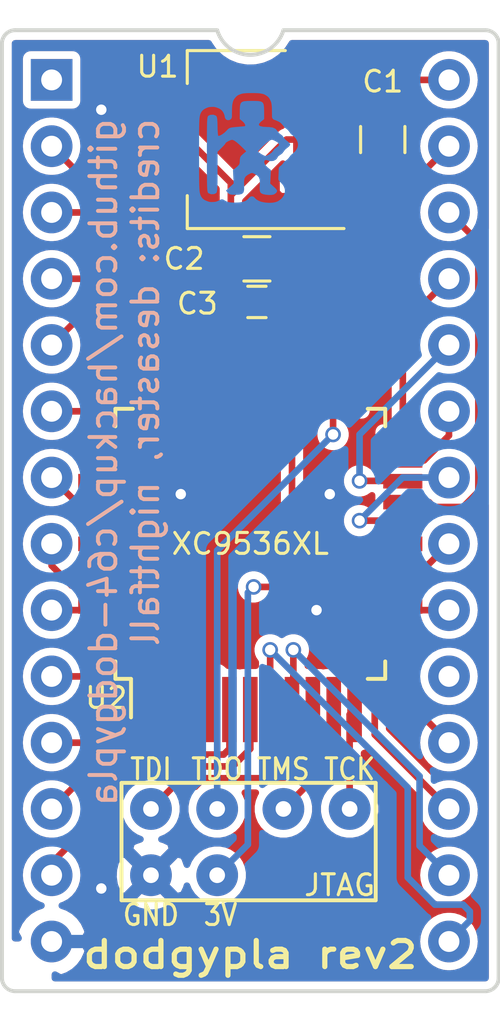
<source format=kicad_pcb>
(kicad_pcb (version 20171130) (host pcbnew "(5.1.0)-1")

  (general
    (thickness 1.6)
    (drawings 18)
    (tracks 161)
    (zones 0)
    (modules 8)
    (nets 32)
  )

  (page A4)
  (layers
    (0 F.Cu signal)
    (31 B.Cu signal)
    (32 B.Adhes user)
    (33 F.Adhes user)
    (34 B.Paste user)
    (35 F.Paste user)
    (36 B.SilkS user)
    (37 F.SilkS user)
    (38 B.Mask user)
    (39 F.Mask user)
    (40 Dwgs.User user)
    (41 Cmts.User user)
    (42 Eco1.User user)
    (43 Eco2.User user)
    (44 Edge.Cuts user)
    (45 Margin user)
    (46 B.CrtYd user)
    (47 F.CrtYd user)
    (48 B.Fab user)
    (49 F.Fab user)
  )

  (setup
    (last_trace_width 0.254)
    (user_trace_width 0.381)
    (user_trace_width 0.635)
    (trace_clearance 0.2)
    (zone_clearance 0.3)
    (zone_45_only no)
    (trace_min 0.2)
    (via_size 0.6)
    (via_drill 0.4)
    (via_min_size 0.4)
    (via_min_drill 0.3)
    (uvia_size 0.3)
    (uvia_drill 0.1)
    (uvias_allowed no)
    (uvia_min_size 0.2)
    (uvia_min_drill 0.1)
    (edge_width 0.15)
    (segment_width 0.2)
    (pcb_text_width 0.3)
    (pcb_text_size 1.5 1.5)
    (mod_edge_width 0.15)
    (mod_text_size 1 1)
    (mod_text_width 0.15)
    (pad_size 2.5 0.56)
    (pad_drill 0)
    (pad_to_mask_clearance 0.2)
    (aux_axis_origin 0 0)
    (visible_elements 7FFFFFFF)
    (pcbplotparams
      (layerselection 0x00000_00000001)
      (usegerberextensions false)
      (usegerberattributes false)
      (usegerberadvancedattributes false)
      (creategerberjobfile false)
      (excludeedgelayer true)
      (linewidth 0.100000)
      (plotframeref false)
      (viasonmask false)
      (mode 1)
      (useauxorigin false)
      (hpglpennumber 1)
      (hpglpenspeed 20)
      (hpglpendiameter 15.000000)
      (psnegative false)
      (psa4output false)
      (plotreference true)
      (plotvalue true)
      (plotinvisibletext false)
      (padsonsilk false)
      (subtractmaskfromsilk false)
      (outputformat 5)
      (mirror true)
      (drillshape 1)
      (scaleselection 1)
      (outputdirectory "out/"))
  )

  (net 0 "")
  (net 1 +5V)
  (net 2 +3V3)
  (net 3 /PLA_CHAROM)
  (net 4 /PLA_A13)
  (net 5 /PLA_KERNAL)
  (net 6 /PLA_A14)
  (net 7 /PLA_BASIC)
  (net 8 /PLA_A15)
  (net 9 /PLA_CASRAM)
  (net 10 /PLA_VA14)
  (net 11 /PLA_CHAREN)
  (net 12 /PLA_VA12)
  (net 13 /PLA_HIRAM)
  (net 14 /PLA_VA13)
  (net 15 /PLA_LORAM)
  (net 16 /PLA_GAME)
  (net 17 /PLA_CAS)
  (net 18 /PLA_EXROM)
  (net 19 /PLA_ROMH)
  (net 20 /PLA_RW)
  (net 21 /PLA_ROML)
  (net 22 /PLA_AEC)
  (net 23 /PLA_IO)
  (net 24 /PLA_BA)
  (net 25 /PLA_GRW)
  (net 26 /PLA_A12)
  (net 27 /JTAG_TCK)
  (net 28 /JTAG_TMS)
  (net 29 /JTAG_TDO)
  (net 30 /JTAG_TDI)
  (net 31 GND)

  (net_class Default "This is the default net class."
    (clearance 0.2)
    (trace_width 0.254)
    (via_dia 0.6)
    (via_drill 0.4)
    (uvia_dia 0.3)
    (uvia_drill 0.1)
    (add_net +3V3)
    (add_net +5V)
    (add_net /JTAG_TCK)
    (add_net /JTAG_TDI)
    (add_net /JTAG_TDO)
    (add_net /JTAG_TMS)
    (add_net /PLA_A12)
    (add_net /PLA_A13)
    (add_net /PLA_A14)
    (add_net /PLA_A15)
    (add_net /PLA_AEC)
    (add_net /PLA_BA)
    (add_net /PLA_BASIC)
    (add_net /PLA_CAS)
    (add_net /PLA_CASRAM)
    (add_net /PLA_CHAREN)
    (add_net /PLA_CHAROM)
    (add_net /PLA_EXROM)
    (add_net /PLA_GAME)
    (add_net /PLA_GRW)
    (add_net /PLA_HIRAM)
    (add_net /PLA_IO)
    (add_net /PLA_KERNAL)
    (add_net /PLA_LORAM)
    (add_net /PLA_ROMH)
    (add_net /PLA_ROML)
    (add_net /PLA_RW)
    (add_net /PLA_VA12)
    (add_net /PLA_VA13)
    (add_net /PLA_VA14)
    (add_net GND)
  )

  (module Logo:bigby2 (layer B.Cu) (tedit 5CA3698C) (tstamp 5CA3AC7C)
    (at 131.318 83.439 180)
    (fp_text reference G*** (at 0 0 180) (layer F.SilkS) hide
      (effects (font (size 1.524 1.524) (thickness 0.3)))
    )
    (fp_text value LOGO (at 0.75 0 180) (layer B.SilkS) hide
      (effects (font (size 1.524 1.524) (thickness 0.3)) (justify mirror))
    )
    (fp_poly (pts (xy -0.011485 1.728467) (xy 0.113732 1.717124) (xy 0.194843 1.687923) (xy 0.241542 1.632439)
      (xy 0.263521 1.542246) (xy 0.270474 1.408921) (xy 0.271308 1.328994) (xy 0.273257 1.04049)
      (xy 0.168379 0.956808) (xy 0.105032 0.892095) (xy 0.067481 0.826879) (xy 0.062385 0.77734)
      (xy 0.087312 0.759744) (xy 0.127711 0.756134) (xy 0.215607 0.74839) (xy 0.335236 0.737898)
      (xy 0.394892 0.732679) (xy 0.531508 0.719487) (xy 0.621502 0.704831) (xy 0.681588 0.682684)
      (xy 0.728481 0.647018) (xy 0.775892 0.595287) (xy 0.854874 0.518356) (xy 0.944952 0.451548)
      (xy 1.029404 0.405121) (xy 1.09151 0.389332) (xy 1.105316 0.393209) (xy 1.115338 0.429014)
      (xy 1.124376 0.514977) (xy 1.131371 0.637757) (xy 1.13502 0.76718) (xy 1.139106 0.928835)
      (xy 1.146403 1.038611) (xy 1.158673 1.108111) (xy 1.177674 1.14894) (xy 1.195579 1.166425)
      (xy 1.29101 1.202114) (xy 1.400648 1.196807) (xy 1.475118 1.16372) (xy 1.488952 1.150785)
      (xy 1.500416 1.130319) (xy 1.509731 1.096728) (xy 1.517116 1.04442) (xy 1.522788 0.9678)
      (xy 1.526969 0.861275) (xy 1.529876 0.71925) (xy 1.531729 0.536133) (xy 1.532746 0.306329)
      (xy 1.533148 0.024245) (xy 1.533153 -0.315712) (xy 1.533153 -0.317844) (xy 1.532922 -0.658253)
      (xy 1.532326 -0.940751) (xy 1.531144 -1.170927) (xy 1.529156 -1.354371) (xy 1.52614 -1.496672)
      (xy 1.521875 -1.603419) (xy 1.516141 -1.680201) (xy 1.508718 -1.732606) (xy 1.499384 -1.766226)
      (xy 1.487919 -1.786647) (xy 1.474647 -1.799064) (xy 1.376472 -1.836684) (xy 1.265456 -1.831892)
      (xy 1.193094 -1.799607) (xy 1.175112 -1.781995) (xy 1.1613 -1.753588) (xy 1.151101 -1.706603)
      (xy 1.14396 -1.633257) (xy 1.139323 -1.525767) (xy 1.136633 -1.37635) (xy 1.135335 -1.177223)
      (xy 1.134934 -0.984675) (xy 1.134065 -0.211637) (xy 0.979782 -0.062148) (xy 0.901816 0.017658)
      (xy 0.846345 0.082572) (xy 0.825499 0.118224) (xy 0.799146 0.148761) (xy 0.732681 0.189721)
      (xy 0.696557 0.207251) (xy 0.613805 0.241662) (xy 0.55975 0.248672) (xy 0.505771 0.22821)
      (xy 0.468235 0.206692) (xy 0.396192 0.15478) (xy 0.300546 0.073678) (xy 0.201272 -0.019618)
      (xy 0.19561 -0.025259) (xy 0.022365 -0.198504) (xy 0.14612 -0.3024) (xy 0.221538 -0.372494)
      (xy 0.258266 -0.434497) (xy 0.270015 -0.516179) (xy 0.270766 -0.55481) (xy 0.276486 -0.647599)
      (xy 0.301118 -0.711947) (xy 0.35795 -0.773886) (xy 0.401734 -0.811372) (xy 0.531811 -0.919421)
      (xy 0.518782 -1.176497) (xy 0.505754 -1.433573) (xy 0.798146 -1.702035) (xy 0.735253 -1.779705)
      (xy 0.694397 -1.821324) (xy 0.644378 -1.844797) (xy 0.566817 -1.855141) (xy 0.450638 -1.857375)
      (xy 0.297496 -1.851301) (xy 0.197085 -1.826154) (xy 0.139611 -1.771549) (xy 0.11528 -1.6771)
      (xy 0.114298 -1.532418) (xy 0.115741 -1.502222) (xy 0.117859 -1.346848) (xy 0.100457 -1.238092)
      (xy 0.056678 -1.160347) (xy -0.020335 -1.098007) (xy -0.075669 -1.066562) (xy -0.152049 -1.029637)
      (xy -0.205195 -1.023113) (xy -0.267621 -1.046992) (xy -0.305332 -1.066562) (xy -0.402294 -1.127059)
      (xy -0.462465 -1.194861) (xy -0.492699 -1.285576) (xy -0.499855 -1.414809) (xy -0.496742 -1.502222)
      (xy -0.492373 -1.63025) (xy -0.497412 -1.711576) (xy -0.514532 -1.762642) (xy -0.544891 -1.798527)
      (xy -0.615745 -1.832954) (xy -0.725524 -1.856221) (xy -0.850294 -1.866168) (xy -0.966123 -1.860635)
      (xy -1.037737 -1.842993) (xy -1.107556 -1.793603) (xy -1.139614 -1.752578) (xy -1.150671 -1.711431)
      (xy -1.131349 -1.666613) (xy -1.0735 -1.604152) (xy -1.029397 -1.563569) (xy -0.886666 -1.435314)
      (xy -0.899789 -1.176378) (xy -0.912912 -0.917443) (xy -0.793004 -0.821082) (xy -0.704937 -0.7312)
      (xy -0.659639 -0.643046) (xy -0.661706 -0.568683) (xy -0.685037 -0.537748) (xy -0.742867 -0.520353)
      (xy -0.789634 -0.537546) (xy -0.90009 -0.569107) (xy -1.015232 -0.559689) (xy -1.107263 -0.511844)
      (xy -1.11125 -0.508) (xy -1.157841 -0.451438) (xy -1.17475 -0.413565) (xy -1.200203 -0.379535)
      (xy -1.262383 -0.337448) (xy -1.271377 -0.332663) (xy -1.350006 -0.274409) (xy -1.403716 -0.204314)
      (xy -1.403829 -0.204068) (xy -1.454851 -0.13485) (xy -1.533039 -0.068093) (xy -1.545327 -0.06013)
      (xy -1.613576 -0.004066) (xy -1.649417 0.052464) (xy -1.651 0.0635) (xy -1.649159 0.067395)
      (xy -1.237666 0.067395) (xy -1.21517 0.004673) (xy -1.141624 -0.048336) (xy -1.062668 -0.107176)
      (xy -1.008449 -0.17852) (xy -1.008424 -0.178574) (xy -0.954971 -0.24511) (xy -0.867178 -0.312438)
      (xy -0.771491 -0.362989) (xy -0.705807 -0.379596) (xy -0.656443 -0.364494) (xy -0.578184 -0.324688)
      (xy -0.53912 -0.301226) (xy -0.464733 -0.251149) (xy -0.419317 -0.214564) (xy -0.41275 -0.205286)
      (xy -0.43488 -0.171195) (xy -0.492715 -0.108258) (xy -0.57342 -0.028572) (xy -0.664165 0.055766)
      (xy -0.752115 0.132658) (xy -0.824438 0.190008) (xy -0.850696 0.207554) (xy -0.913247 0.241447)
      (xy -0.961408 0.250082) (xy -1.020442 0.232418) (xy -1.094894 0.197474) (xy -1.197469 0.132211)
      (xy -1.237666 0.067395) (xy -1.649159 0.067395) (xy -1.625844 0.116715) (xy -1.563551 0.174994)
      (xy -1.545327 0.187131) (xy -1.465273 0.251521) (xy -1.407673 0.323668) (xy -1.40292 0.333063)
      (xy -1.349062 0.406423) (xy -1.293916 0.446614) (xy -1.227193 0.497303) (xy -1.167951 0.573103)
      (xy -1.167761 0.573433) (xy -1.09407 0.659684) (xy -0.986869 0.710192) (xy -0.834991 0.729664)
      (xy -0.795652 0.730251) (xy -0.620132 0.738307) (xy -0.505713 0.762691) (xy -0.452045 0.803723)
      (xy -0.458779 0.861724) (xy -0.525567 0.937016) (xy -0.54938 0.956808) (xy -0.654258 1.04049)
      (xy -0.652309 1.328994) (xy -0.649069 1.485493) (xy -0.635357 1.594901) (xy -0.601479 1.665643)
      (xy -0.537743 1.706143) (xy -0.434455 1.724827) (xy -0.281922 1.730119) (xy -0.1905 1.730375)
      (xy -0.011485 1.728467)) (layer B.Cu) (width 0.01))
  )

  (module Pin_Headers:Pin_Header_Straight_2x04_Pitch2.54mm (layer F.Cu) (tedit 5CA367E7) (tstamp 5CA3A4D4)
    (at 135.255 108.839 270)
    (descr "Through hole straight pin header, 2x04, 2.54mm pitch, double rows")
    (tags "Through hole pin header THT 2x04 2.54mm double row")
    (path /5CA48D3C)
    (fp_text reference J2 (at 1.27 -2.33 270) (layer F.SilkS) hide
      (effects (font (size 1 1) (thickness 0.15)))
    )
    (fp_text value JTAG (at 2.921 0.381) (layer F.SilkS)
      (effects (font (size 0.8 0.8) (thickness 0.12)))
    )
    (fp_line (start -1 8.75) (end 3.5 8.75) (layer F.SilkS) (width 0.15))
    (fp_line (start -1 -1) (end -1 8.75) (layer F.SilkS) (width 0.15))
    (fp_line (start 3.5 -1) (end -1 -1) (layer F.SilkS) (width 0.15))
    (fp_line (start 3.5 8.75) (end 3.5 -1) (layer F.SilkS) (width 0.15))
    (fp_text user %R (at 1.27 3.81) (layer F.Fab)
      (effects (font (size 1 1) (thickness 0.15)))
    )
    (fp_line (start 4.35 -1.8) (end -1.8 -1.8) (layer F.CrtYd) (width 0.05))
    (fp_line (start 4.35 9.4) (end 4.35 -1.8) (layer F.CrtYd) (width 0.05))
    (fp_line (start -1.8 9.4) (end 4.35 9.4) (layer F.CrtYd) (width 0.05))
    (fp_line (start -1.8 -1.8) (end -1.8 9.4) (layer F.CrtYd) (width 0.05))
    (fp_line (start -1.27 0) (end 0 -1.27) (layer F.Fab) (width 0.1))
    (fp_line (start -1.27 8.89) (end -1.27 0) (layer F.Fab) (width 0.1))
    (fp_line (start 3.81 8.89) (end -1.27 8.89) (layer F.Fab) (width 0.1))
    (fp_line (start 3.81 -1.27) (end 3.81 8.89) (layer F.Fab) (width 0.1))
    (fp_line (start 0 -1.27) (end 3.81 -1.27) (layer F.Fab) (width 0.1))
    (pad 8 thru_hole circle (at 2.54 7.62 270) (size 1.6 1.6) (drill 0.6) (layers *.Cu *.Mask)
      (net 31 GND))
    (pad 7 thru_hole circle (at 0 7.62 270) (size 1.6 1.6) (drill 0.6) (layers *.Cu *.Mask)
      (net 30 /JTAG_TDI))
    (pad 6 thru_hole circle (at 2.54 5.08 270) (size 1.6 1.6) (drill 0.6) (layers *.Cu *.Mask)
      (net 2 +3V3))
    (pad 5 thru_hole circle (at 0 5.08 270) (size 1.6 1.6) (drill 0.6) (layers *.Cu *.Mask)
      (net 29 /JTAG_TDO))
    (pad 3 thru_hole circle (at 0 2.54 270) (size 1.6 1.6) (drill 0.6) (layers *.Cu *.Mask)
      (net 28 /JTAG_TMS))
    (pad 1 thru_hole circle (at 0 0 270) (size 1.6 1.6) (drill 0.6) (layers *.Cu *.Mask)
      (net 27 /JTAG_TCK))
    (model ${KISYS3DMOD}/Pin_Headers.3dshapes/Pin_Header_Straight_2x04_Pitch2.54mm.wrl
      (at (xyz 0 0 0))
      (scale (xyz 1 1 1))
      (rotate (xyz 0 0 0))
    )
  )

  (module Housings_DIP:DIP-28_W15.24mm_Socket locked (layer F.Cu) (tedit 5CA33640) (tstamp 5CA36A0C)
    (at 123.825 80.899)
    (descr "28-lead though-hole mounted DIP package, row spacing 15.24 mm (600 mils), Socket")
    (tags "THT DIP DIL PDIP 2.54mm 15.24mm 600mil Socket")
    (path /5A0C74B0)
    (fp_text reference J1 (at 0.0635 -1.651) (layer F.SilkS) hide
      (effects (font (size 1 1) (thickness 0.15)))
    )
    (fp_text value PLA_Conn (at 7.62 35.35) (layer F.Fab)
      (effects (font (size 1 1) (thickness 0.15)))
    )
    (fp_line (start 1.255 -1.27) (end 14.985 -1.27) (layer F.Fab) (width 0.1))
    (fp_line (start 14.985 -1.27) (end 14.985 34.29) (layer F.Fab) (width 0.1))
    (fp_line (start 14.985 34.29) (end 0.255 34.29) (layer F.Fab) (width 0.1))
    (fp_line (start 0.255 34.29) (end 0.255 -0.27) (layer F.Fab) (width 0.1))
    (fp_line (start 0.255 -0.27) (end 1.255 -1.27) (layer F.Fab) (width 0.1))
    (fp_line (start -1.27 -1.33) (end -1.27 34.35) (layer F.Fab) (width 0.1))
    (fp_line (start -1.27 34.35) (end 16.51 34.35) (layer F.Fab) (width 0.1))
    (fp_line (start 16.51 34.35) (end 16.51 -1.33) (layer F.Fab) (width 0.1))
    (fp_line (start 16.51 -1.33) (end -1.27 -1.33) (layer F.Fab) (width 0.1))
    (fp_line (start -1.55 -1.6) (end -1.55 34.65) (layer F.CrtYd) (width 0.05))
    (fp_line (start -1.55 34.65) (end 16.8 34.65) (layer F.CrtYd) (width 0.05))
    (fp_line (start 16.8 34.65) (end 16.8 -1.6) (layer F.CrtYd) (width 0.05))
    (fp_line (start 16.8 -1.6) (end -1.55 -1.6) (layer F.CrtYd) (width 0.05))
    (fp_text user %R (at 7.62 16.51) (layer F.Fab)
      (effects (font (size 1 1) (thickness 0.15)))
    )
    (pad 1 thru_hole rect (at 0 0) (size 1.6 1.6) (drill 0.8) (layers *.Cu *.Mask))
    (pad 15 thru_hole oval (at 15.24 33.02) (size 1.6 1.6) (drill 0.8) (layers *.Cu *.Mask)
      (net 3 /PLA_CHAROM))
    (pad 2 thru_hole oval (at 0 2.54) (size 1.6 1.6) (drill 0.8) (layers *.Cu *.Mask)
      (net 4 /PLA_A13))
    (pad 16 thru_hole oval (at 15.24 30.48) (size 1.6 1.6) (drill 0.8) (layers *.Cu *.Mask)
      (net 5 /PLA_KERNAL))
    (pad 3 thru_hole oval (at 0 5.08) (size 1.6 1.6) (drill 0.8) (layers *.Cu *.Mask)
      (net 6 /PLA_A14))
    (pad 17 thru_hole oval (at 15.24 27.94) (size 1.6 1.6) (drill 0.8) (layers *.Cu *.Mask)
      (net 7 /PLA_BASIC))
    (pad 4 thru_hole oval (at 0 7.62) (size 1.6 1.6) (drill 0.8) (layers *.Cu *.Mask)
      (net 8 /PLA_A15))
    (pad 18 thru_hole oval (at 15.24 25.4) (size 1.6 1.6) (drill 0.8) (layers *.Cu *.Mask)
      (net 9 /PLA_CASRAM))
    (pad 5 thru_hole oval (at 0 10.16) (size 1.6 1.6) (drill 0.8) (layers *.Cu *.Mask)
      (net 10 /PLA_VA14))
    (pad 19 thru_hole oval (at 15.24 22.86) (size 1.6 1.6) (drill 0.8) (layers *.Cu *.Mask))
    (pad 6 thru_hole oval (at 0 12.7) (size 1.6 1.6) (drill 0.8) (layers *.Cu *.Mask)
      (net 11 /PLA_CHAREN))
    (pad 20 thru_hole oval (at 15.24 20.32) (size 1.6 1.6) (drill 0.8) (layers *.Cu *.Mask)
      (net 12 /PLA_VA12))
    (pad 7 thru_hole oval (at 0 15.24) (size 1.6 1.6) (drill 0.8) (layers *.Cu *.Mask)
      (net 13 /PLA_HIRAM))
    (pad 21 thru_hole oval (at 15.24 17.78) (size 1.6 1.6) (drill 0.8) (layers *.Cu *.Mask)
      (net 14 /PLA_VA13))
    (pad 8 thru_hole oval (at 0 17.78) (size 1.6 1.6) (drill 0.8) (layers *.Cu *.Mask)
      (net 15 /PLA_LORAM))
    (pad 22 thru_hole oval (at 15.24 15.24) (size 1.6 1.6) (drill 0.8) (layers *.Cu *.Mask)
      (net 16 /PLA_GAME))
    (pad 9 thru_hole oval (at 0 20.32) (size 1.6 1.6) (drill 0.8) (layers *.Cu *.Mask)
      (net 17 /PLA_CAS))
    (pad 23 thru_hole oval (at 15.24 12.7) (size 1.6 1.6) (drill 0.8) (layers *.Cu *.Mask)
      (net 18 /PLA_EXROM))
    (pad 10 thru_hole oval (at 0 22.86) (size 1.6 1.6) (drill 0.8) (layers *.Cu *.Mask)
      (net 19 /PLA_ROMH))
    (pad 24 thru_hole oval (at 15.24 10.16) (size 1.6 1.6) (drill 0.8) (layers *.Cu *.Mask)
      (net 20 /PLA_RW))
    (pad 11 thru_hole oval (at 0 25.4) (size 1.6 1.6) (drill 0.8) (layers *.Cu *.Mask)
      (net 21 /PLA_ROML))
    (pad 25 thru_hole oval (at 15.24 7.62) (size 1.6 1.6) (drill 0.8) (layers *.Cu *.Mask)
      (net 22 /PLA_AEC))
    (pad 12 thru_hole oval (at 0 27.94) (size 1.6 1.6) (drill 0.8) (layers *.Cu *.Mask)
      (net 23 /PLA_IO))
    (pad 26 thru_hole oval (at 15.24 5.08) (size 1.6 1.6) (drill 0.8) (layers *.Cu *.Mask)
      (net 24 /PLA_BA))
    (pad 13 thru_hole oval (at 0 30.48) (size 1.6 1.6) (drill 0.8) (layers *.Cu *.Mask)
      (net 25 /PLA_GRW))
    (pad 27 thru_hole oval (at 15.24 2.54) (size 1.6 1.6) (drill 0.8) (layers *.Cu *.Mask)
      (net 26 /PLA_A12))
    (pad 14 thru_hole oval (at 0 33.02) (size 1.6 1.6) (drill 0.8) (layers *.Cu *.Mask)
      (net 31 GND))
    (pad 28 thru_hole oval (at 15.24 0) (size 1.6 1.6) (drill 0.8) (layers *.Cu *.Mask)
      (net 1 +5V))
    (model ${KISYS3DMOD}/Housings_DIP.3dshapes/DIP-28_W15.24mm_Socket.wrl
      (at (xyz 0 0 0))
      (scale (xyz 1 1 1))
      (rotate (xyz 0 0 0))
    )
  )

  (module Capacitors_SMD:C_0603 (layer F.Cu) (tedit 59958EE7) (tstamp 5A0D7B43)
    (at 131.699 89.408)
    (descr "Capacitor SMD 0603, reflow soldering, AVX (see smccp.pdf)")
    (tags "capacitor 0603")
    (path /5A0C905D)
    (attr smd)
    (fp_text reference C3 (at -2.286 0.0635) (layer F.SilkS)
      (effects (font (size 0.8 0.8) (thickness 0.12)))
    )
    (fp_text value 0.1uF (at 0 1.5) (layer F.Fab)
      (effects (font (size 1 1) (thickness 0.15)))
    )
    (fp_text user %R (at 0 0) (layer F.Fab)
      (effects (font (size 0.3 0.3) (thickness 0.075)))
    )
    (fp_line (start -0.8 0.4) (end -0.8 -0.4) (layer F.Fab) (width 0.1))
    (fp_line (start 0.8 0.4) (end -0.8 0.4) (layer F.Fab) (width 0.1))
    (fp_line (start 0.8 -0.4) (end 0.8 0.4) (layer F.Fab) (width 0.1))
    (fp_line (start -0.8 -0.4) (end 0.8 -0.4) (layer F.Fab) (width 0.1))
    (fp_line (start -0.35 -0.6) (end 0.35 -0.6) (layer F.SilkS) (width 0.12))
    (fp_line (start 0.35 0.6) (end -0.35 0.6) (layer F.SilkS) (width 0.12))
    (fp_line (start -1.4 -0.65) (end 1.4 -0.65) (layer F.CrtYd) (width 0.05))
    (fp_line (start -1.4 -0.65) (end -1.4 0.65) (layer F.CrtYd) (width 0.05))
    (fp_line (start 1.4 0.65) (end 1.4 -0.65) (layer F.CrtYd) (width 0.05))
    (fp_line (start 1.4 0.65) (end -1.4 0.65) (layer F.CrtYd) (width 0.05))
    (pad 1 smd rect (at -0.75 0) (size 0.8 0.75) (layers F.Cu F.Paste F.Mask)
      (net 2 +3V3))
    (pad 2 smd rect (at 0.75 0) (size 0.8 0.75) (layers F.Cu F.Paste F.Mask)
      (net 31 GND))
    (model Capacitors_SMD.3dshapes/C_0603.wrl
      (at (xyz 0 0 0))
      (scale (xyz 1 1 1))
      (rotate (xyz 0 0 0))
    )
  )

  (module Capacitors_SMD:C_0805 (layer F.Cu) (tedit 58AA8463) (tstamp 5A0D9B4C)
    (at 136.525 83.185 270)
    (descr "Capacitor SMD 0805, reflow soldering, AVX (see smccp.pdf)")
    (tags "capacitor 0805")
    (path /5A0C8111)
    (attr smd)
    (fp_text reference C1 (at -2.2225 0) (layer F.SilkS)
      (effects (font (size 0.8 0.8) (thickness 0.12)))
    )
    (fp_text value 3.3uF (at 0 1.75 270) (layer F.Fab)
      (effects (font (size 1 1) (thickness 0.15)))
    )
    (fp_line (start 1.75 0.87) (end -1.75 0.87) (layer F.CrtYd) (width 0.05))
    (fp_line (start 1.75 0.87) (end 1.75 -0.88) (layer F.CrtYd) (width 0.05))
    (fp_line (start -1.75 -0.88) (end -1.75 0.87) (layer F.CrtYd) (width 0.05))
    (fp_line (start -1.75 -0.88) (end 1.75 -0.88) (layer F.CrtYd) (width 0.05))
    (fp_line (start -0.5 0.85) (end 0.5 0.85) (layer F.SilkS) (width 0.12))
    (fp_line (start 0.5 -0.85) (end -0.5 -0.85) (layer F.SilkS) (width 0.12))
    (fp_line (start -1 -0.62) (end 1 -0.62) (layer F.Fab) (width 0.1))
    (fp_line (start 1 -0.62) (end 1 0.62) (layer F.Fab) (width 0.1))
    (fp_line (start 1 0.62) (end -1 0.62) (layer F.Fab) (width 0.1))
    (fp_line (start -1 0.62) (end -1 -0.62) (layer F.Fab) (width 0.1))
    (fp_text user %R (at 0 -1.5 270) (layer F.Fab)
      (effects (font (size 1 1) (thickness 0.15)))
    )
    (pad 2 smd rect (at 1 0 270) (size 1 1.25) (layers F.Cu F.Paste F.Mask)
      (net 31 GND))
    (pad 1 smd rect (at -1 0 270) (size 1 1.25) (layers F.Cu F.Paste F.Mask)
      (net 1 +5V))
    (model Capacitors_SMD.3dshapes/C_0805.wrl
      (at (xyz 0 0 0))
      (scale (xyz 1 1 1))
      (rotate (xyz 0 0 0))
    )
  )

  (module Capacitors_SMD:C_0805 (layer F.Cu) (tedit 58AA8463) (tstamp 5C9CF40C)
    (at 131.699 87.757)
    (descr "Capacitor SMD 0805, reflow soldering, AVX (see smccp.pdf)")
    (tags "capacitor 0805")
    (path /5A0C8072)
    (attr smd)
    (fp_text reference C2 (at -2.794 0) (layer F.SilkS)
      (effects (font (size 0.8 0.8) (thickness 0.12)))
    )
    (fp_text value 3.3uF (at 0 1.75) (layer F.Fab)
      (effects (font (size 1 1) (thickness 0.15)))
    )
    (fp_line (start 1.75 0.87) (end -1.75 0.87) (layer F.CrtYd) (width 0.05))
    (fp_line (start 1.75 0.87) (end 1.75 -0.88) (layer F.CrtYd) (width 0.05))
    (fp_line (start -1.75 -0.88) (end -1.75 0.87) (layer F.CrtYd) (width 0.05))
    (fp_line (start -1.75 -0.88) (end 1.75 -0.88) (layer F.CrtYd) (width 0.05))
    (fp_line (start -0.5 0.85) (end 0.5 0.85) (layer F.SilkS) (width 0.12))
    (fp_line (start 0.5 -0.85) (end -0.5 -0.85) (layer F.SilkS) (width 0.12))
    (fp_line (start -1 -0.62) (end 1 -0.62) (layer F.Fab) (width 0.1))
    (fp_line (start 1 -0.62) (end 1 0.62) (layer F.Fab) (width 0.1))
    (fp_line (start 1 0.62) (end -1 0.62) (layer F.Fab) (width 0.1))
    (fp_line (start -1 0.62) (end -1 -0.62) (layer F.Fab) (width 0.1))
    (fp_text user %R (at 0 -1.5) (layer F.Fab)
      (effects (font (size 1 1) (thickness 0.15)))
    )
    (pad 2 smd rect (at 1 0) (size 1 1.25) (layers F.Cu F.Paste F.Mask)
      (net 31 GND))
    (pad 1 smd rect (at -1 0) (size 1 1.25) (layers F.Cu F.Paste F.Mask)
      (net 2 +3V3))
    (model Capacitors_SMD.3dshapes/C_0805.wrl
      (at (xyz 0 0 0))
      (scale (xyz 1 1 1))
      (rotate (xyz 0 0 0))
    )
  )

  (module dodgyPLA_footprints:LQFP-44_10x10mm_Pitch0.8mm (layer F.Cu) (tedit 5A0DAEB9) (tstamp 5C9CFBCB)
    (at 131.445 98.679 90)
    (descr "LQFP44 (see Appnote_PCB_Guidelines_TRINAMIC_packages.pdf)")
    (tags "QFP 0.8")
    (path /5A6F8821)
    (attr smd)
    (fp_text reference U2 (at -5.9055 -5.5245 180) (layer F.SilkS)
      (effects (font (size 0.8 0.8) (thickness 0.12)))
    )
    (fp_text value XC9536XL (at 0 0 180) (layer F.SilkS)
      (effects (font (size 0.8 0.8) (thickness 0.12)))
    )
    (fp_text user %R (at 0 0 90) (layer F.Fab)
      (effects (font (size 1 1) (thickness 0.15)))
    )
    (fp_line (start -4 -5) (end 5 -5) (layer F.Fab) (width 0.15))
    (fp_line (start 5 -5) (end 5 5) (layer F.Fab) (width 0.15))
    (fp_line (start 5 5) (end -5 5) (layer F.Fab) (width 0.15))
    (fp_line (start -5 5) (end -5 -4) (layer F.Fab) (width 0.15))
    (fp_line (start -5 -4) (end -4 -5) (layer F.Fab) (width 0.15))
    (fp_line (start -6.9 -6.9) (end -6.9 6.9) (layer F.CrtYd) (width 0.05))
    (fp_line (start 6.9 -6.9) (end 6.9 6.9) (layer F.CrtYd) (width 0.05))
    (fp_line (start -6.9 -6.9) (end 6.9 -6.9) (layer F.CrtYd) (width 0.05))
    (fp_line (start -6.9 6.9) (end 6.9 6.9) (layer F.CrtYd) (width 0.05))
    (fp_line (start -5.175 -5.175) (end -5.175 -4.575) (layer F.SilkS) (width 0.15))
    (fp_line (start 5.175 -5.175) (end 5.175 -4.505) (layer F.SilkS) (width 0.15))
    (fp_line (start 5.175 5.175) (end 5.175 4.505) (layer F.SilkS) (width 0.15))
    (fp_line (start -5.175 5.175) (end -5.175 4.505) (layer F.SilkS) (width 0.15))
    (fp_line (start -5.175 -5.175) (end -4.505 -5.175) (layer F.SilkS) (width 0.15))
    (fp_line (start -5.175 5.175) (end -4.505 5.175) (layer F.SilkS) (width 0.15))
    (fp_line (start 5.175 5.175) (end 4.505 5.175) (layer F.SilkS) (width 0.15))
    (fp_line (start 5.175 -5.175) (end 4.505 -5.175) (layer F.SilkS) (width 0.15))
    (fp_line (start -5.175 -4.575) (end -6.65 -4.575) (layer F.SilkS) (width 0.15))
    (pad 1 smd rect (at -6.35 -4 90) (size 2.5 0.56) (layers F.Cu F.Paste F.Mask))
    (pad 2 smd rect (at -6.35 -3.2 90) (size 2.5 0.56) (layers F.Cu F.Paste F.Mask)
      (net 19 /PLA_ROMH))
    (pad 3 smd rect (at -6.35 -2.4 90) (size 2.5 0.56) (layers F.Cu F.Paste F.Mask)
      (net 21 /PLA_ROML))
    (pad 4 smd rect (at -6.35 -1.6 90) (size 2.5 0.56) (layers F.Cu F.Paste F.Mask)
      (net 31 GND))
    (pad 5 smd rect (at -6.35 -0.8 90) (size 2.5 0.56) (layers F.Cu F.Paste F.Mask)
      (net 23 /PLA_IO))
    (pad 6 smd rect (at -6.35 0 90) (size 2.5 0.56) (layers F.Cu F.Paste F.Mask)
      (net 25 /PLA_GRW))
    (pad 7 smd rect (at -6.35 0.8 90) (size 2.5 0.56) (layers F.Cu F.Paste F.Mask)
      (net 3 /PLA_CHAROM))
    (pad 8 smd rect (at -6.35 1.6 90) (size 2.5 0.56) (layers F.Cu F.Paste F.Mask)
      (net 5 /PLA_KERNAL))
    (pad 9 smd rect (at -6.35 2.4 90) (size 2.5 0.56) (layers F.Cu F.Paste F.Mask)
      (net 30 /JTAG_TDI))
    (pad 10 smd rect (at -6.35 3.2 90) (size 2.5 0.56) (layers F.Cu F.Paste F.Mask)
      (net 28 /JTAG_TMS))
    (pad 11 smd rect (at -6.35 4 90) (size 2.5 0.56) (layers F.Cu F.Paste F.Mask)
      (net 27 /JTAG_TCK))
    (pad 12 smd rect (at -4 5.85 180) (size 1.5 0.56) (layers F.Cu F.Paste F.Mask)
      (net 9 /PLA_CASRAM))
    (pad 13 smd rect (at -3.2 5.85 180) (size 1.5 0.56) (layers F.Cu F.Paste F.Mask)
      (net 7 /PLA_BASIC))
    (pad 14 smd rect (at -2.4 5.85 180) (size 1.5 0.56) (layers F.Cu F.Paste F.Mask)
      (net 12 /PLA_VA12))
    (pad 15 smd rect (at -1.6 5.85 180) (size 1.5 0.56) (layers F.Cu F.Paste F.Mask)
      (net 2 +3V3))
    (pad 16 smd rect (at -0.8 5.85 180) (size 1.5 0.56) (layers F.Cu F.Paste F.Mask)
      (net 14 /PLA_VA13))
    (pad 17 smd rect (at 0 5.85 180) (size 1.5 0.56) (layers F.Cu F.Paste F.Mask)
      (net 31 GND))
    (pad 18 smd rect (at 0.8 5.85 180) (size 1.5 0.56) (layers F.Cu F.Paste F.Mask)
      (net 16 /PLA_GAME))
    (pad 19 smd rect (at 1.6 5.85 180) (size 1.5 0.56) (layers F.Cu F.Paste F.Mask)
      (net 24 /PLA_BA))
    (pad 20 smd rect (at 2.4 5.85 180) (size 1.5 0.56) (layers F.Cu F.Paste F.Mask)
      (net 20 /PLA_RW))
    (pad 21 smd rect (at 3.2 5.85 180) (size 1.5 0.56) (layers F.Cu F.Paste F.Mask)
      (net 18 /PLA_EXROM))
    (pad 22 smd rect (at 4 5.85 180) (size 1.5 0.56) (layers F.Cu F.Paste F.Mask)
      (net 22 /PLA_AEC))
    (pad 23 smd rect (at 6.35 4 90) (size 2.5 0.56) (layers F.Cu F.Paste F.Mask)
      (net 26 /PLA_A12))
    (pad 24 smd rect (at 6.35 3.2 90) (size 2.5 0.56) (layers F.Cu F.Paste F.Mask)
      (net 29 /JTAG_TDO))
    (pad 25 smd rect (at 6.35 2.4 90) (size 2.5 0.56) (layers F.Cu F.Paste F.Mask)
      (net 31 GND))
    (pad 26 smd rect (at 6.35 1.6 90) (size 2.5 0.56) (layers F.Cu F.Paste F.Mask)
      (net 2 +3V3))
    (pad 27 smd rect (at 6.35 0.8 90) (size 2.5 0.56) (layers F.Cu F.Paste F.Mask)
      (net 11 /PLA_CHAREN))
    (pad 28 smd rect (at 6.35 0 90) (size 2.5 0.56) (layers F.Cu F.Paste F.Mask)
      (net 4 /PLA_A13))
    (pad 29 smd rect (at 6.35 -0.8 90) (size 2.5 0.56) (layers F.Cu F.Paste F.Mask)
      (net 6 /PLA_A14))
    (pad 30 smd rect (at 6.35 -1.6 90) (size 2.5 0.56) (layers F.Cu F.Paste F.Mask)
      (net 8 /PLA_A15))
    (pad 31 smd rect (at 6.35 -2.4 90) (size 2.5 0.56) (layers F.Cu F.Paste F.Mask)
      (net 10 /PLA_VA14))
    (pad 32 smd rect (at 6.35 -3.2 90) (size 2.5 0.56) (layers F.Cu F.Paste F.Mask))
    (pad 33 smd rect (at 6.35 -4 90) (size 2.5 0.56) (layers F.Cu F.Paste F.Mask))
    (pad 34 smd rect (at 4 -5.85 180) (size 1.5 0.56) (layers F.Cu F.Paste F.Mask))
    (pad 35 smd rect (at 3.2 -5.85 180) (size 1.5 0.56) (layers F.Cu F.Paste F.Mask)
      (net 2 +3V3))
    (pad 36 smd rect (at 2.4 -5.85 180) (size 1.5 0.56) (layers F.Cu F.Paste F.Mask))
    (pad 37 smd rect (at 1.6 -5.85 180) (size 1.5 0.56) (layers F.Cu F.Paste F.Mask)
      (net 13 /PLA_HIRAM))
    (pad 38 smd rect (at 0.8 -5.85 180) (size 1.5 0.56) (layers F.Cu F.Paste F.Mask))
    (pad 39 smd rect (at 0 -5.85 180) (size 1.5 0.56) (layers F.Cu F.Paste F.Mask))
    (pad 40 smd rect (at -0.8 -5.85 180) (size 1.5 0.56) (layers F.Cu F.Paste F.Mask))
    (pad 41 smd rect (at -1.6 -5.85 180) (size 1.5 0.56) (layers F.Cu F.Paste F.Mask)
      (net 15 /PLA_LORAM))
    (pad 42 smd rect (at -2.4 -5.85 180) (size 1.5 0.56) (layers F.Cu F.Paste F.Mask)
      (net 17 /PLA_CAS))
    (pad 43 smd rect (at -3.2 -5.85 180) (size 1.5 0.56) (layers F.Cu F.Paste F.Mask))
    (pad 44 smd rect (at -4 -5.85 180) (size 1.5 0.56) (layers F.Cu F.Paste F.Mask))
    (model ${KISYS3DMOD}/Housings_QFP.3dshapes/LQFP-44_10x10mm_Pitch0.8mm.wrl
      (at (xyz 0 0 0))
      (scale (xyz 1 1 1))
      (rotate (xyz 0 0 0))
    )
  )

  (module TO_SOT_Packages_SMD:SOT-223-3_TabPin2 (layer F.Cu) (tedit 58CE4E7E) (tstamp 5CA38D6E)
    (at 130.937 83.185 180)
    (descr "module CMS SOT223 4 pins")
    (tags "CMS SOT")
    (path /5A6FA036)
    (attr smd)
    (fp_text reference U1 (at 3.048 2.794 180) (layer F.SilkS)
      (effects (font (size 0.8 0.8) (thickness 0.12)))
    )
    (fp_text value AMS1117 (at 0 4.5 180) (layer F.Fab)
      (effects (font (size 1 1) (thickness 0.15)))
    )
    (fp_text user %R (at 0 0 270) (layer F.Fab)
      (effects (font (size 0.8 0.8) (thickness 0.12)))
    )
    (fp_line (start 1.91 3.41) (end 1.91 2.15) (layer F.SilkS) (width 0.12))
    (fp_line (start 1.91 -3.41) (end 1.91 -2.15) (layer F.SilkS) (width 0.12))
    (fp_line (start 4.4 -3.6) (end -4.4 -3.6) (layer F.CrtYd) (width 0.05))
    (fp_line (start 4.4 3.6) (end 4.4 -3.6) (layer F.CrtYd) (width 0.05))
    (fp_line (start -4.4 3.6) (end 4.4 3.6) (layer F.CrtYd) (width 0.05))
    (fp_line (start -4.4 -3.6) (end -4.4 3.6) (layer F.CrtYd) (width 0.05))
    (fp_line (start -1.85 -2.35) (end -0.85 -3.35) (layer F.Fab) (width 0.1))
    (fp_line (start -1.85 -2.35) (end -1.85 3.35) (layer F.Fab) (width 0.1))
    (fp_line (start -1.85 3.41) (end 1.91 3.41) (layer F.SilkS) (width 0.12))
    (fp_line (start -0.85 -3.35) (end 1.85 -3.35) (layer F.Fab) (width 0.1))
    (fp_line (start -4.1 -3.41) (end 1.91 -3.41) (layer F.SilkS) (width 0.12))
    (fp_line (start -1.85 3.35) (end 1.85 3.35) (layer F.Fab) (width 0.1))
    (fp_line (start 1.85 -3.35) (end 1.85 3.35) (layer F.Fab) (width 0.1))
    (pad 2 smd rect (at 3.15 0 180) (size 2 3.8) (layers F.Cu F.Paste F.Mask)
      (net 2 +3V3))
    (pad 2 smd rect (at -3.15 0 180) (size 2 1.5) (layers F.Cu F.Paste F.Mask)
      (net 2 +3V3))
    (pad 3 smd rect (at -3.15 2.3 180) (size 2 1.5) (layers F.Cu F.Paste F.Mask)
      (net 1 +5V))
    (pad 1 smd rect (at -3.15 -2.3 180) (size 2 1.5) (layers F.Cu F.Paste F.Mask)
      (net 31 GND))
    (model ${KISYS3DMOD}/TO_SOT_Packages_SMD.3dshapes/SOT-223.wrl
      (at (xyz 0 0 0))
      (scale (xyz 1 1 1))
      (rotate (xyz 0 0 0))
    )
  )

  (gr_text "github.com/hackup/c64-dodgypla\ncredits: desaster, nightfall" (at 126.619 82.296 90) (layer B.SilkS)
    (effects (font (size 1 1) (thickness 0.15)) (justify left mirror))
  )
  (gr_text GND (at 127.635 112.903) (layer F.SilkS) (tstamp 5CA3A6EB)
    (effects (font (size 0.8 0.7) (thickness 0.12)))
  )
  (gr_text 3V (at 130.302 112.903) (layer F.SilkS) (tstamp 5CA3A6E7)
    (effects (font (size 0.8 0.7) (thickness 0.12)))
  )
  (gr_text TCK (at 135.255 107.315) (layer F.SilkS) (tstamp 5CA3A6E5)
    (effects (font (size 0.8 0.7) (thickness 0.12)))
  )
  (gr_text TMS (at 132.715 107.315) (layer F.SilkS) (tstamp 5CA3A6E3)
    (effects (font (size 0.8 0.7) (thickness 0.12)))
  )
  (gr_text TDO (at 130.175 107.315) (layer F.SilkS) (tstamp 5CA3A6E1)
    (effects (font (size 0.8 0.7) (thickness 0.12)))
  )
  (gr_text TDI (at 127.635 107.315) (layer F.SilkS)
    (effects (font (size 0.8 0.7) (thickness 0.12)))
  )
  (gr_text "dodgypla rev2" (at 131.445 114.427) (layer F.SilkS)
    (effects (font (size 1 1.2) (thickness 0.2)))
  )
  (gr_arc (start 140.462 115.316) (end 140.462 115.824) (angle -90) (layer Edge.Cuts) (width 0.15))
  (gr_arc (start 122.428 115.316) (end 121.92 115.316) (angle -90) (layer Edge.Cuts) (width 0.15))
  (gr_arc (start 122.428 79.502) (end 122.428 78.994) (angle -90) (layer Edge.Cuts) (width 0.15))
  (gr_arc (start 140.462 79.502) (end 140.97 79.502) (angle -90) (layer Edge.Cuts) (width 0.15))
  (gr_arc (start 131.445 78.613) (end 130.175001 78.993999) (angle -146.6015115) (layer Edge.Cuts) (width 0.15))
  (gr_line (start 140.462 78.994) (end 132.715 78.994) (layer Edge.Cuts) (width 0.15))
  (gr_line (start 122.428 78.994) (end 130.175 78.994) (layer Edge.Cuts) (width 0.15))
  (gr_line (start 121.92 115.316) (end 121.92 79.502) (angle 90) (layer Edge.Cuts) (width 0.15))
  (gr_line (start 140.462 115.824) (end 122.428 115.824) (angle 90) (layer Edge.Cuts) (width 0.15))
  (gr_line (start 140.97 79.502) (end 140.97 115.316) (angle 90) (layer Edge.Cuts) (width 0.15))

  (segment (start 136.525 81.431) (end 136.525 82.185) (width 0.254) (layer F.Cu) (net 1) (status 20))
  (segment (start 139.065 80.899) (end 137.057 80.899) (width 0.254) (layer F.Cu) (net 1) (status 10))
  (segment (start 137.057 80.899) (end 136.525 81.431) (width 0.254) (layer F.Cu) (net 1))
  (segment (start 135.646 82.185) (end 136.525 82.185) (width 0.254) (layer F.Cu) (net 1) (status 20))
  (segment (start 135.637 82.185) (end 135.646 82.185) (width 0.254) (layer F.Cu) (net 1))
  (segment (start 134.087 80.885) (end 134.337 80.885) (width 0.254) (layer F.Cu) (net 1) (status 30))
  (segment (start 134.337 80.885) (end 135.637 82.185) (width 0.254) (layer F.Cu) (net 1) (status 10))
  (segment (start 130.699 86.878) (end 130.699 87.757) (width 0.254) (layer F.Cu) (net 2) (status 20))
  (segment (start 130.699 84.843) (end 130.699 86.878) (width 0.254) (layer F.Cu) (net 2))
  (segment (start 127.787 83.185) (end 129.041 83.185) (width 0.254) (layer F.Cu) (net 2) (status 10))
  (segment (start 129.041 83.185) (end 130.699 84.843) (width 0.254) (layer F.Cu) (net 2))
  (segment (start 130.699 85.319) (end 130.699 86.878) (width 0.254) (layer F.Cu) (net 2))
  (segment (start 134.087 83.185) (end 132.833 83.185) (width 0.254) (layer F.Cu) (net 2) (status 10))
  (segment (start 132.833 83.185) (end 130.699 85.319) (width 0.254) (layer F.Cu) (net 2))
  (segment (start 130.949 88.007) (end 130.699 87.757) (width 0.254) (layer F.Cu) (net 2) (status 30))
  (segment (start 130.949 89.408) (end 130.949 88.007) (width 0.254) (layer F.Cu) (net 2) (status 30))
  (segment (start 133.045 93.833) (end 133.045 92.329) (width 0.254) (layer F.Cu) (net 2) (status 20))
  (segment (start 125.595 95.479) (end 131.399 95.479) (width 0.254) (layer F.Cu) (net 2) (status 10))
  (segment (start 131.399 95.479) (end 133.045 93.833) (width 0.254) (layer F.Cu) (net 2))
  (segment (start 130.974 89.408) (end 130.949 89.408) (width 0.254) (layer F.Cu) (net 2) (status 30))
  (segment (start 131.676001 90.110001) (end 130.974 89.408) (width 0.254) (layer F.Cu) (net 2) (status 20))
  (segment (start 132.330001 90.110001) (end 131.676001 90.110001) (width 0.254) (layer F.Cu) (net 2))
  (segment (start 133.045 92.329) (end 133.045 90.825) (width 0.254) (layer F.Cu) (net 2) (status 10))
  (segment (start 133.045 90.825) (end 132.330001 90.110001) (width 0.254) (layer F.Cu) (net 2))
  (segment (start 133.045 97.033) (end 133.045 93.833) (width 0.254) (layer F.Cu) (net 2))
  (segment (start 137.295 100.279) (end 136.291 100.279) (width 0.254) (layer F.Cu) (net 2) (status 10))
  (segment (start 136.291 100.279) (end 133.045 97.033) (width 0.254) (layer F.Cu) (net 2))
  (via (at 131.572 100.33) (size 0.6) (drill 0.4) (layers F.Cu B.Cu) (net 2))
  (segment (start 131.352001 100.549999) (end 131.572 100.33) (width 0.254) (layer B.Cu) (net 2))
  (segment (start 130.175 111.379) (end 131.352001 110.201999) (width 0.254) (layer B.Cu) (net 2))
  (segment (start 131.352001 110.201999) (end 131.352001 100.549999) (width 0.254) (layer B.Cu) (net 2))
  (segment (start 137.244 100.33) (end 137.295 100.279) (width 0.254) (layer F.Cu) (net 2))
  (segment (start 131.572 100.33) (end 137.244 100.33) (width 0.254) (layer F.Cu) (net 2))
  (segment (start 137.483989 108.019989) (end 132.207 102.743) (width 0.254) (layer B.Cu) (net 3))
  (segment (start 139.864999 113.119001) (end 139.864999 112.765039) (width 0.254) (layer B.Cu) (net 3))
  (segment (start 139.065 113.919) (end 139.864999 113.119001) (width 0.254) (layer B.Cu) (net 3))
  (segment (start 139.864999 112.765039) (end 139.605961 112.506001) (width 0.254) (layer B.Cu) (net 3))
  (segment (start 139.605961 112.506001) (end 138.524039 112.506001) (width 0.254) (layer B.Cu) (net 3))
  (segment (start 138.524039 112.506001) (end 137.483989 111.465951) (width 0.254) (layer B.Cu) (net 3))
  (via (at 132.207 102.743) (size 0.6) (drill 0.4) (layers F.Cu B.Cu) (net 3))
  (segment (start 137.483989 111.465951) (end 137.483989 108.019989) (width 0.254) (layer B.Cu) (net 3))
  (segment (start 132.207 104.991) (end 132.245 105.029) (width 0.254) (layer F.Cu) (net 3))
  (segment (start 132.207 102.743) (end 132.207 104.991) (width 0.254) (layer F.Cu) (net 3))
  (segment (start 124.624999 84.238999) (end 123.825 83.439) (width 0.254) (layer F.Cu) (net 4) (status 30))
  (segment (start 124.624999 84.447601) (end 124.624999 84.238999) (width 0.254) (layer F.Cu) (net 4) (status 20))
  (segment (start 130.287399 90.110001) (end 124.624999 84.447601) (width 0.254) (layer F.Cu) (net 4))
  (segment (start 130.730001 90.110001) (end 130.287399 90.110001) (width 0.254) (layer F.Cu) (net 4))
  (segment (start 131.445 92.329) (end 131.445 90.825) (width 0.254) (layer F.Cu) (net 4) (status 10))
  (segment (start 131.445 90.825) (end 130.730001 90.110001) (width 0.254) (layer F.Cu) (net 4))
  (via (at 133.096 102.743) (size 0.6) (drill 0.4) (layers F.Cu B.Cu) (net 5))
  (segment (start 137.937999 107.584999) (end 133.096 102.743) (width 0.254) (layer B.Cu) (net 5))
  (segment (start 139.065 111.379) (end 137.937999 110.251999) (width 0.254) (layer B.Cu) (net 5))
  (segment (start 137.937999 110.251999) (end 137.937999 107.584999) (width 0.254) (layer B.Cu) (net 5))
  (segment (start 133.096 104.978) (end 133.045 105.029) (width 0.254) (layer F.Cu) (net 5))
  (segment (start 133.096 102.743) (end 133.096 104.978) (width 0.254) (layer F.Cu) (net 5))
  (segment (start 124.95637 85.979) (end 123.825 85.979) (width 0.254) (layer F.Cu) (net 6) (status 20))
  (segment (start 125.51433 85.979) (end 124.95637 85.979) (width 0.254) (layer F.Cu) (net 6))
  (segment (start 130.645 92.329) (end 130.645 91.10967) (width 0.254) (layer F.Cu) (net 6) (status 30))
  (segment (start 130.645 91.10967) (end 125.51433 85.979) (width 0.254) (layer F.Cu) (net 6) (status 10))
  (segment (start 136.291 101.879) (end 137.295 101.879) (width 0.254) (layer F.Cu) (net 7) (status 20))
  (segment (start 136.217999 101.952001) (end 136.291 101.879) (width 0.254) (layer F.Cu) (net 7))
  (segment (start 139.065 108.839) (end 136.217999 105.991999) (width 0.254) (layer F.Cu) (net 7) (status 10))
  (segment (start 136.217999 105.991999) (end 136.217999 101.952001) (width 0.254) (layer F.Cu) (net 7))
  (segment (start 124.95637 88.519) (end 123.825 88.519) (width 0.254) (layer F.Cu) (net 8) (status 20))
  (segment (start 127.353602 88.519) (end 124.95637 88.519) (width 0.254) (layer F.Cu) (net 8))
  (segment (start 129.845 92.329) (end 129.845 91.010398) (width 0.254) (layer F.Cu) (net 8) (status 10))
  (segment (start 129.845 91.010398) (end 127.353602 88.519) (width 0.254) (layer F.Cu) (net 8))
  (segment (start 137.295 104.529) (end 137.295 102.679) (width 0.254) (layer F.Cu) (net 9) (status 20))
  (segment (start 139.065 106.299) (end 137.295 104.529) (width 0.254) (layer F.Cu) (net 9) (status 10))
  (segment (start 124.624999 90.259001) (end 123.825 91.059) (width 0.254) (layer F.Cu) (net 10) (status 30))
  (segment (start 128.293603 90.259001) (end 124.624999 90.259001) (width 0.254) (layer F.Cu) (net 10) (status 20))
  (segment (start 129.045 92.329) (end 129.045 91.010398) (width 0.254) (layer F.Cu) (net 10) (status 10))
  (segment (start 129.045 91.010398) (end 128.293603 90.259001) (width 0.254) (layer F.Cu) (net 10))
  (segment (start 132.245 93.833) (end 132.245 92.329) (width 0.254) (layer F.Cu) (net 11) (status 20))
  (segment (start 132.171999 93.906001) (end 132.245 93.833) (width 0.254) (layer F.Cu) (net 11))
  (segment (start 126.440603 93.906001) (end 132.171999 93.906001) (width 0.254) (layer F.Cu) (net 11))
  (segment (start 123.825 93.599) (end 126.133602 93.599) (width 0.254) (layer F.Cu) (net 11) (status 10))
  (segment (start 126.133602 93.599) (end 126.440603 93.906001) (width 0.254) (layer F.Cu) (net 11))
  (segment (start 137.435 101.219) (end 137.295 101.079) (width 0.254) (layer F.Cu) (net 12) (status 30))
  (segment (start 139.065 101.219) (end 137.435 101.219) (width 0.254) (layer F.Cu) (net 12) (status 30))
  (segment (start 124.765 97.079) (end 125.595 97.079) (width 0.254) (layer F.Cu) (net 13) (status 20))
  (segment (start 123.825 96.139) (end 124.765 97.079) (width 0.254) (layer F.Cu) (net 13) (status 10))
  (segment (start 138.265 99.479) (end 137.295 99.479) (width 0.254) (layer F.Cu) (net 14) (status 30))
  (segment (start 139.065 98.679) (end 138.265 99.479) (width 0.254) (layer F.Cu) (net 14) (status 30))
  (segment (start 124.591 100.279) (end 125.595 100.279) (width 0.254) (layer F.Cu) (net 15) (status 20))
  (segment (start 123.825 98.679) (end 123.825 99.513) (width 0.254) (layer F.Cu) (net 15) (status 10))
  (segment (start 123.825 99.513) (end 124.591 100.279) (width 0.254) (layer F.Cu) (net 15))
  (via (at 135.636 97.79) (size 0.6) (drill 0.4) (layers F.Cu B.Cu) (net 16))
  (segment (start 139.065 96.139) (end 137.287 96.139) (width 0.254) (layer B.Cu) (net 16) (status 10))
  (segment (start 137.287 96.139) (end 135.636 97.79) (width 0.254) (layer B.Cu) (net 16))
  (segment (start 137.206 97.79) (end 137.295 97.879) (width 0.254) (layer F.Cu) (net 16) (status 30))
  (segment (start 135.636 97.79) (end 137.206 97.79) (width 0.254) (layer F.Cu) (net 16) (status 20))
  (segment (start 125.455 101.219) (end 125.595 101.079) (width 0.254) (layer F.Cu) (net 17) (status 30))
  (segment (start 123.825 101.219) (end 125.455 101.219) (width 0.254) (layer F.Cu) (net 17) (status 30))
  (segment (start 138.113602 95.479) (end 137.295 95.479) (width 0.254) (layer F.Cu) (net 18) (status 20))
  (segment (start 139.065 93.599) (end 139.065 94.527602) (width 0.254) (layer F.Cu) (net 18) (status 10))
  (segment (start 139.065 94.527602) (end 138.113602 95.479) (width 0.254) (layer F.Cu) (net 18))
  (segment (start 128.245 103.525) (end 128.245 105.029) (width 0.254) (layer F.Cu) (net 19) (status 20))
  (segment (start 128.171999 103.451999) (end 128.245 103.525) (width 0.254) (layer F.Cu) (net 19))
  (segment (start 125.263371 103.451999) (end 128.171999 103.451999) (width 0.254) (layer F.Cu) (net 19))
  (segment (start 123.825 103.759) (end 124.95637 103.759) (width 0.254) (layer F.Cu) (net 19) (status 10))
  (segment (start 124.95637 103.759) (end 125.263371 103.451999) (width 0.254) (layer F.Cu) (net 19))
  (via (at 135.636 96.266) (size 0.6) (drill 0.4) (layers F.Cu B.Cu) (net 20))
  (segment (start 139.065 91.059) (end 135.636 94.488) (width 0.254) (layer B.Cu) (net 20) (status 10))
  (segment (start 135.636 94.488) (end 135.636 96.266) (width 0.254) (layer B.Cu) (net 20))
  (segment (start 137.282 96.266) (end 137.295 96.279) (width 0.254) (layer F.Cu) (net 20) (status 30))
  (segment (start 135.636 96.266) (end 137.282 96.266) (width 0.254) (layer F.Cu) (net 20) (status 20))
  (segment (start 125.263371 106.606001) (end 128.786601 106.606001) (width 0.254) (layer F.Cu) (net 21))
  (segment (start 128.786601 106.606001) (end 129.045 106.347602) (width 0.254) (layer F.Cu) (net 21))
  (segment (start 129.045 106.347602) (end 129.045 105.029) (width 0.254) (layer F.Cu) (net 21))
  (segment (start 124.95637 106.299) (end 125.263371 106.606001) (width 0.254) (layer F.Cu) (net 21))
  (segment (start 123.825 106.299) (end 124.95637 106.299) (width 0.254) (layer F.Cu) (net 21))
  (segment (start 137.295 90.289) (end 139.065 88.519) (width 0.254) (layer F.Cu) (net 22) (status 20))
  (segment (start 137.295 94.679) (end 137.295 90.289) (width 0.254) (layer F.Cu) (net 22) (status 10))
  (segment (start 125.60399 107.06001) (end 128.97466 107.06001) (width 0.254) (layer F.Cu) (net 23))
  (segment (start 123.825 108.839) (end 125.60399 107.06001) (width 0.254) (layer F.Cu) (net 23))
  (segment (start 130.645 106.533) (end 130.645 105.029) (width 0.254) (layer F.Cu) (net 23))
  (segment (start 130.424023 106.753977) (end 130.645 106.533) (width 0.254) (layer F.Cu) (net 23))
  (segment (start 129.280693 106.753977) (end 130.424023 106.753977) (width 0.254) (layer F.Cu) (net 23))
  (segment (start 128.97466 107.06001) (end 129.280693 106.753977) (width 0.254) (layer F.Cu) (net 23))
  (segment (start 139.864999 86.778999) (end 139.065 85.979) (width 0.254) (layer F.Cu) (net 24) (status 30))
  (segment (start 138.299 97.079) (end 138.486001 97.266001) (width 0.254) (layer F.Cu) (net 24))
  (segment (start 137.295 97.079) (end 138.299 97.079) (width 0.254) (layer F.Cu) (net 24) (status 10))
  (segment (start 138.486001 97.266001) (end 139.605961 97.266001) (width 0.254) (layer F.Cu) (net 24))
  (segment (start 139.605961 97.266001) (end 140.192001 96.679961) (width 0.254) (layer F.Cu) (net 24))
  (segment (start 140.192001 96.679961) (end 140.192001 87.106001) (width 0.254) (layer F.Cu) (net 24))
  (segment (start 140.192001 87.106001) (end 139.864999 86.778999) (width 0.254) (layer F.Cu) (net 24) (status 20))
  (segment (start 123.825 110.907038) (end 127.218018 107.51402) (width 0.254) (layer F.Cu) (net 25))
  (segment (start 123.825 111.379) (end 123.825 110.907038) (width 0.254) (layer F.Cu) (net 25))
  (segment (start 130.770012 107.207988) (end 131.445 106.533) (width 0.254) (layer F.Cu) (net 25))
  (segment (start 129.162717 107.514021) (end 129.46875 107.207988) (width 0.254) (layer F.Cu) (net 25))
  (segment (start 127.218018 107.51402) (end 129.162717 107.514021) (width 0.254) (layer F.Cu) (net 25))
  (segment (start 129.46875 107.207988) (end 130.770012 107.207988) (width 0.254) (layer F.Cu) (net 25))
  (segment (start 131.445 106.533) (end 131.445 105.029) (width 0.254) (layer F.Cu) (net 25))
  (segment (start 135.445 87.059) (end 139.065 83.439) (width 0.254) (layer F.Cu) (net 26) (status 20))
  (segment (start 135.445 92.329) (end 135.445 87.059) (width 0.254) (layer F.Cu) (net 26) (status 10))
  (segment (start 135.255 105.219) (end 135.445 105.029) (width 0.254) (layer F.Cu) (net 27))
  (segment (start 135.255 108.839) (end 135.255 105.219) (width 0.254) (layer F.Cu) (net 27))
  (segment (start 134.645 106.909) (end 134.645 105.029) (width 0.254) (layer F.Cu) (net 28))
  (segment (start 132.715 108.839) (end 134.645 106.909) (width 0.254) (layer F.Cu) (net 28))
  (segment (start 134.62 94.615) (end 134.62 94.488) (width 0.254) (layer B.Cu) (net 29))
  (segment (start 134.62 94.488) (end 134.62 92.354) (width 0.254) (layer F.Cu) (net 29) (status 20))
  (segment (start 134.62 92.354) (end 134.645 92.329) (width 0.254) (layer F.Cu) (net 29) (status 30))
  (via (at 134.62 94.488) (size 0.6) (drill 0.4) (layers F.Cu B.Cu) (net 29))
  (segment (start 130.175 98.933) (end 134.62 94.488) (width 0.254) (layer B.Cu) (net 29))
  (segment (start 130.175 108.839) (end 130.175 98.933) (width 0.254) (layer B.Cu) (net 29))
  (segment (start 128.484999 107.989001) (end 129.329805 107.989001) (width 0.254) (layer F.Cu) (net 30))
  (segment (start 129.329805 107.989001) (end 129.656807 107.661999) (width 0.254) (layer F.Cu) (net 30))
  (segment (start 132.716001 107.661999) (end 133.845 106.533) (width 0.254) (layer F.Cu) (net 30))
  (segment (start 129.656807 107.661999) (end 132.716001 107.661999) (width 0.254) (layer F.Cu) (net 30))
  (segment (start 127.635 108.839) (end 128.484999 107.989001) (width 0.254) (layer F.Cu) (net 30))
  (segment (start 133.845 106.533) (end 133.845 105.029) (width 0.254) (layer F.Cu) (net 30))
  (segment (start 135.646 84.185) (end 136.525 84.185) (width 0.254) (layer F.Cu) (net 31) (status 20))
  (segment (start 135.637 84.185) (end 135.646 84.185) (width 0.254) (layer F.Cu) (net 31))
  (segment (start 134.087 85.485) (end 134.337 85.485) (width 0.254) (layer F.Cu) (net 31) (status 30))
  (segment (start 134.337 85.485) (end 135.637 84.185) (width 0.254) (layer F.Cu) (net 31) (status 10))
  (via (at 128.778 96.774) (size 0.6) (drill 0.4) (layers F.Cu B.Cu) (net 31))
  (via (at 133.985 101.219) (size 0.6) (drill 0.4) (layers F.Cu B.Cu) (net 31))
  (via (at 125.73 111.887) (size 0.6) (drill 0.4) (layers F.Cu B.Cu) (net 31))
  (via (at 125.73 82.042) (size 0.6) (drill 0.4) (layers F.Cu B.Cu) (net 31))
  (via (at 134.493 96.774) (size 0.6) (drill 0.4) (layers F.Cu B.Cu) (net 31))

  (zone (net 31) (net_name GND) (layer F.Cu) (tstamp 5CA37145) (hatch edge 0.508)
    (connect_pads (clearance 0.3))
    (min_thickness 0.254)
    (fill yes (arc_segments 16) (thermal_gap 0.508) (thermal_bridge_width 0.508))
    (polygon
      (pts
        (xy 122.174 79.248) (xy 140.716 79.248) (xy 140.716 115.57) (xy 122.174 115.57)
      )
    )
    (filled_polygon
      (pts
        (xy 140.468001 115.291438) (xy 140.465524 115.316698) (xy 140.465321 115.31737) (xy 140.464993 115.317987) (xy 140.464549 115.318532)
        (xy 140.464008 115.318979) (xy 140.463393 115.319312) (xy 140.462723 115.319519) (xy 140.439119 115.322) (xy 123.952002 115.322)
        (xy 123.952002 115.189625) (xy 124.17404 115.310909) (xy 124.438881 115.21607) (xy 124.680131 115.071385) (xy 124.888519 114.882414)
        (xy 125.056037 114.65642) (xy 125.176246 114.402087) (xy 125.216904 114.268039) (xy 125.094916 114.046002) (xy 125.26 114.046002)
        (xy 125.26 113.919) (xy 137.832064 113.919) (xy 137.855755 114.159534) (xy 137.925916 114.390824) (xy 138.039851 114.603983)
        (xy 138.193183 114.790817) (xy 138.380017 114.944149) (xy 138.593176 115.058084) (xy 138.824466 115.128245) (xy 139.004732 115.146)
        (xy 139.125268 115.146) (xy 139.305534 115.128245) (xy 139.536824 115.058084) (xy 139.749983 114.944149) (xy 139.936817 114.790817)
        (xy 140.090149 114.603983) (xy 140.204084 114.390824) (xy 140.274245 114.159534) (xy 140.297936 113.919) (xy 140.274245 113.678466)
        (xy 140.204084 113.447176) (xy 140.090149 113.234017) (xy 139.936817 113.047183) (xy 139.749983 112.893851) (xy 139.536824 112.779916)
        (xy 139.305534 112.709755) (xy 139.125268 112.692) (xy 139.004732 112.692) (xy 138.824466 112.709755) (xy 138.593176 112.779916)
        (xy 138.380017 112.893851) (xy 138.193183 113.047183) (xy 138.039851 113.234017) (xy 137.925916 113.447176) (xy 137.855755 113.678466)
        (xy 137.832064 113.919) (xy 125.26 113.919) (xy 125.26 113.791998) (xy 125.094916 113.791998) (xy 125.216904 113.569961)
        (xy 125.176246 113.435913) (xy 125.056037 113.18158) (xy 124.888519 112.955586) (xy 124.680131 112.766615) (xy 124.438881 112.62193)
        (xy 124.216733 112.542379) (xy 124.296824 112.518084) (xy 124.509983 112.404149) (xy 124.549519 112.371702) (xy 126.821903 112.371702)
        (xy 126.893486 112.615671) (xy 127.148996 112.736571) (xy 127.423184 112.8053) (xy 127.705512 112.819217) (xy 127.98513 112.777787)
        (xy 128.251292 112.682603) (xy 128.376514 112.615671) (xy 128.448097 112.371702) (xy 127.635 111.558605) (xy 126.821903 112.371702)
        (xy 124.549519 112.371702) (xy 124.696817 112.250817) (xy 124.850149 112.063983) (xy 124.964084 111.850824) (xy 125.034245 111.619534)
        (xy 125.050991 111.449512) (xy 126.194783 111.449512) (xy 126.236213 111.72913) (xy 126.331397 111.995292) (xy 126.398329 112.120514)
        (xy 126.642298 112.192097) (xy 127.455395 111.379) (xy 127.814605 111.379) (xy 128.627702 112.192097) (xy 128.871671 112.120514)
        (xy 128.992571 111.865004) (xy 129.013549 111.781314) (xy 129.087647 111.960202) (xy 129.221927 112.161167) (xy 129.392833 112.332073)
        (xy 129.593798 112.466353) (xy 129.817097 112.558847) (xy 130.054151 112.606) (xy 130.295849 112.606) (xy 130.532903 112.558847)
        (xy 130.756202 112.466353) (xy 130.957167 112.332073) (xy 131.128073 112.161167) (xy 131.262353 111.960202) (xy 131.354847 111.736903)
        (xy 131.402 111.499849) (xy 131.402 111.379) (xy 137.832064 111.379) (xy 137.855755 111.619534) (xy 137.925916 111.850824)
        (xy 138.039851 112.063983) (xy 138.193183 112.250817) (xy 138.380017 112.404149) (xy 138.593176 112.518084) (xy 138.824466 112.588245)
        (xy 139.004732 112.606) (xy 139.125268 112.606) (xy 139.305534 112.588245) (xy 139.536824 112.518084) (xy 139.749983 112.404149)
        (xy 139.936817 112.250817) (xy 140.090149 112.063983) (xy 140.204084 111.850824) (xy 140.274245 111.619534) (xy 140.297936 111.379)
        (xy 140.274245 111.138466) (xy 140.204084 110.907176) (xy 140.090149 110.694017) (xy 139.936817 110.507183) (xy 139.749983 110.353851)
        (xy 139.536824 110.239916) (xy 139.305534 110.169755) (xy 139.125268 110.152) (xy 139.004732 110.152) (xy 138.824466 110.169755)
        (xy 138.593176 110.239916) (xy 138.380017 110.353851) (xy 138.193183 110.507183) (xy 138.039851 110.694017) (xy 137.925916 110.907176)
        (xy 137.855755 111.138466) (xy 137.832064 111.379) (xy 131.402 111.379) (xy 131.402 111.258151) (xy 131.354847 111.021097)
        (xy 131.262353 110.797798) (xy 131.128073 110.596833) (xy 130.957167 110.425927) (xy 130.756202 110.291647) (xy 130.532903 110.199153)
        (xy 130.295849 110.152) (xy 130.054151 110.152) (xy 129.817097 110.199153) (xy 129.593798 110.291647) (xy 129.392833 110.425927)
        (xy 129.221927 110.596833) (xy 129.087647 110.797798) (xy 129.014395 110.974644) (xy 128.938603 110.762708) (xy 128.871671 110.637486)
        (xy 128.627702 110.565903) (xy 127.814605 111.379) (xy 127.455395 111.379) (xy 126.642298 110.565903) (xy 126.398329 110.637486)
        (xy 126.277429 110.892996) (xy 126.2087 111.167184) (xy 126.194783 111.449512) (xy 125.050991 111.449512) (xy 125.057936 111.379)
        (xy 125.034245 111.138466) (xy 124.964084 110.907176) (xy 124.850149 110.694017) (xy 124.837233 110.678279) (xy 126.432499 109.083013)
        (xy 126.455153 109.196903) (xy 126.547647 109.420202) (xy 126.681927 109.621167) (xy 126.852833 109.792073) (xy 127.053798 109.926353)
        (xy 127.230644 109.999605) (xy 127.018708 110.075397) (xy 126.893486 110.142329) (xy 126.821903 110.386298) (xy 127.635 111.199395)
        (xy 128.448097 110.386298) (xy 128.376514 110.142329) (xy 128.121004 110.021429) (xy 128.037314 110.000451) (xy 128.216202 109.926353)
        (xy 128.417167 109.792073) (xy 128.588073 109.621167) (xy 128.722353 109.420202) (xy 128.814847 109.196903) (xy 128.862 108.959849)
        (xy 128.862 108.718151) (xy 128.82716 108.543001) (xy 128.98284 108.543001) (xy 128.948 108.718151) (xy 128.948 108.959849)
        (xy 128.995153 109.196903) (xy 129.087647 109.420202) (xy 129.221927 109.621167) (xy 129.392833 109.792073) (xy 129.593798 109.926353)
        (xy 129.817097 110.018847) (xy 130.054151 110.066) (xy 130.295849 110.066) (xy 130.532903 110.018847) (xy 130.756202 109.926353)
        (xy 130.957167 109.792073) (xy 131.128073 109.621167) (xy 131.262353 109.420202) (xy 131.354847 109.196903) (xy 131.402 108.959849)
        (xy 131.402 108.718151) (xy 131.354847 108.481097) (xy 131.262353 108.257798) (xy 131.234424 108.215999) (xy 131.655576 108.215999)
        (xy 131.627647 108.257798) (xy 131.535153 108.481097) (xy 131.488 108.718151) (xy 131.488 108.959849) (xy 131.535153 109.196903)
        (xy 131.627647 109.420202) (xy 131.761927 109.621167) (xy 131.932833 109.792073) (xy 132.133798 109.926353) (xy 132.357097 110.018847)
        (xy 132.594151 110.066) (xy 132.835849 110.066) (xy 133.072903 110.018847) (xy 133.296202 109.926353) (xy 133.497167 109.792073)
        (xy 133.668073 109.621167) (xy 133.802353 109.420202) (xy 133.894847 109.196903) (xy 133.942 108.959849) (xy 133.942 108.718151)
        (xy 133.894847 108.481097) (xy 133.883579 108.453894) (xy 134.701 107.636473) (xy 134.701 107.740379) (xy 134.673798 107.751647)
        (xy 134.472833 107.885927) (xy 134.301927 108.056833) (xy 134.167647 108.257798) (xy 134.075153 108.481097) (xy 134.028 108.718151)
        (xy 134.028 108.959849) (xy 134.075153 109.196903) (xy 134.167647 109.420202) (xy 134.301927 109.621167) (xy 134.472833 109.792073)
        (xy 134.673798 109.926353) (xy 134.897097 110.018847) (xy 135.134151 110.066) (xy 135.375849 110.066) (xy 135.612903 110.018847)
        (xy 135.836202 109.926353) (xy 136.037167 109.792073) (xy 136.208073 109.621167) (xy 136.342353 109.420202) (xy 136.434847 109.196903)
        (xy 136.482 108.959849) (xy 136.482 108.718151) (xy 136.434847 108.481097) (xy 136.342353 108.257798) (xy 136.208073 108.056833)
        (xy 136.037167 107.885927) (xy 135.836202 107.751647) (xy 135.809 107.740379) (xy 135.809 106.699733) (xy 135.889196 106.675405)
        (xy 135.963376 106.635755) (xy 136.026487 106.583961) (xy 137.898868 108.456342) (xy 137.855755 108.598466) (xy 137.832064 108.839)
        (xy 137.855755 109.079534) (xy 137.925916 109.310824) (xy 138.039851 109.523983) (xy 138.193183 109.710817) (xy 138.380017 109.864149)
        (xy 138.593176 109.978084) (xy 138.824466 110.048245) (xy 139.004732 110.066) (xy 139.125268 110.066) (xy 139.305534 110.048245)
        (xy 139.536824 109.978084) (xy 139.749983 109.864149) (xy 139.936817 109.710817) (xy 140.090149 109.523983) (xy 140.204084 109.310824)
        (xy 140.274245 109.079534) (xy 140.297936 108.839) (xy 140.274245 108.598466) (xy 140.204084 108.367176) (xy 140.090149 108.154017)
        (xy 139.936817 107.967183) (xy 139.749983 107.813851) (xy 139.536824 107.699916) (xy 139.305534 107.629755) (xy 139.125268 107.612)
        (xy 139.004732 107.612) (xy 138.824466 107.629755) (xy 138.682342 107.672868) (xy 136.771999 105.762526) (xy 136.771999 104.713365)
        (xy 136.780695 104.742031) (xy 136.832137 104.838275) (xy 136.901368 104.922632) (xy 136.92251 104.939983) (xy 137.898868 105.916342)
        (xy 137.855755 106.058466) (xy 137.832064 106.299) (xy 137.855755 106.539534) (xy 137.925916 106.770824) (xy 138.039851 106.983983)
        (xy 138.193183 107.170817) (xy 138.380017 107.324149) (xy 138.593176 107.438084) (xy 138.824466 107.508245) (xy 139.004732 107.526)
        (xy 139.125268 107.526) (xy 139.305534 107.508245) (xy 139.536824 107.438084) (xy 139.749983 107.324149) (xy 139.936817 107.170817)
        (xy 140.090149 106.983983) (xy 140.204084 106.770824) (xy 140.274245 106.539534) (xy 140.297936 106.299) (xy 140.274245 106.058466)
        (xy 140.204084 105.827176) (xy 140.090149 105.614017) (xy 139.936817 105.427183) (xy 139.749983 105.273851) (xy 139.536824 105.159916)
        (xy 139.305534 105.089755) (xy 139.125268 105.072) (xy 139.004732 105.072) (xy 138.824466 105.089755) (xy 138.682342 105.132868)
        (xy 137.849 104.299527) (xy 137.849 103.930951) (xy 137.855755 103.999534) (xy 137.925916 104.230824) (xy 138.039851 104.443983)
        (xy 138.193183 104.630817) (xy 138.380017 104.784149) (xy 138.593176 104.898084) (xy 138.824466 104.968245) (xy 139.004732 104.986)
        (xy 139.125268 104.986) (xy 139.305534 104.968245) (xy 139.536824 104.898084) (xy 139.749983 104.784149) (xy 139.936817 104.630817)
        (xy 140.090149 104.443983) (xy 140.204084 104.230824) (xy 140.274245 103.999534) (xy 140.297936 103.759) (xy 140.274245 103.518466)
        (xy 140.204084 103.287176) (xy 140.090149 103.074017) (xy 139.936817 102.887183) (xy 139.749983 102.733851) (xy 139.536824 102.619916)
        (xy 139.305534 102.549755) (xy 139.125268 102.532) (xy 139.004732 102.532) (xy 138.824466 102.549755) (xy 138.593176 102.619916)
        (xy 138.474066 102.683581) (xy 138.474066 102.399) (xy 138.465822 102.315293) (xy 138.456669 102.28512) (xy 138.593176 102.358084)
        (xy 138.824466 102.428245) (xy 139.004732 102.446) (xy 139.125268 102.446) (xy 139.305534 102.428245) (xy 139.536824 102.358084)
        (xy 139.749983 102.244149) (xy 139.936817 102.090817) (xy 140.090149 101.903983) (xy 140.204084 101.690824) (xy 140.274245 101.459534)
        (xy 140.297936 101.219) (xy 140.274245 100.978466) (xy 140.204084 100.747176) (xy 140.090149 100.534017) (xy 139.936817 100.347183)
        (xy 139.749983 100.193851) (xy 139.536824 100.079916) (xy 139.305534 100.009755) (xy 139.125268 99.992) (xy 139.004732 99.992)
        (xy 138.824466 100.009755) (xy 138.593176 100.079916) (xy 138.474066 100.143581) (xy 138.474066 99.999) (xy 138.473636 99.994638)
        (xy 138.478032 99.993305) (xy 138.574275 99.941863) (xy 138.658632 99.872632) (xy 138.675983 99.85149) (xy 138.682341 99.845132)
        (xy 138.824466 99.888245) (xy 139.004732 99.906) (xy 139.125268 99.906) (xy 139.305534 99.888245) (xy 139.536824 99.818084)
        (xy 139.749983 99.704149) (xy 139.936817 99.550817) (xy 140.090149 99.363983) (xy 140.204084 99.150824) (xy 140.274245 98.919534)
        (xy 140.297936 98.679) (xy 140.274245 98.438466) (xy 140.204084 98.207176) (xy 140.090149 97.994017) (xy 139.936817 97.807183)
        (xy 139.870513 97.752768) (xy 139.915236 97.728864) (xy 139.999593 97.659633) (xy 140.016944 97.638491) (xy 140.468 97.187436)
      )
    )
    (filled_polygon
      (pts
        (xy 123.952 113.792) (xy 123.972 113.792) (xy 123.972 114.046) (xy 123.952 114.046) (xy 123.952 114.066)
        (xy 123.698 114.066) (xy 123.698 114.046) (xy 123.678 114.046) (xy 123.678 113.792) (xy 123.698 113.792)
        (xy 123.698 113.772) (xy 123.952 113.772)
      )
    )
    (filled_polygon
      (pts
        (xy 129.866577 79.532346) (xy 129.870507 79.53815) (xy 130.017081 79.75141) (xy 130.046395 79.786221) (xy 130.075206 79.82142)
        (xy 130.080188 79.826351) (xy 130.265394 80.00708) (xy 130.300907 80.03553) (xy 130.336009 80.064466) (xy 130.341851 80.068332)
        (xy 130.341856 80.068336) (xy 130.341861 80.068339) (xy 130.558635 80.209649) (xy 130.598964 80.230642) (xy 130.639056 80.252229)
        (xy 130.645541 80.254888) (xy 130.885642 80.351405) (xy 130.929317 80.364176) (xy 130.9728 80.377552) (xy 130.979678 80.378901)
        (xy 131.233954 80.426943) (xy 131.279253 80.430985) (xy 131.324528 80.435663) (xy 131.331537 80.435651) (xy 131.590301 80.43339)
        (xy 131.635523 80.428556) (xy 131.680849 80.424351) (xy 131.687722 80.422977) (xy 131.941118 80.370497) (xy 131.984511 80.35698)
        (xy 132.028182 80.344044) (xy 132.034657 80.341362) (xy 132.273034 80.240664) (xy 132.31301 80.218958) (xy 132.353302 80.197803)
        (xy 132.359133 80.193914) (xy 132.573412 80.048833) (xy 132.608398 80.019786) (xy 132.643828 79.991197) (xy 132.648793 79.986249)
        (xy 132.721744 79.912529) (xy 132.690595 79.970804) (xy 132.666178 80.051293) (xy 132.657934 80.135) (xy 132.657934 81.635)
        (xy 132.666178 81.718707) (xy 132.690595 81.799196) (xy 132.730245 81.873376) (xy 132.783605 81.938395) (xy 132.848624 81.991755)
        (xy 132.922804 82.031405) (xy 132.934655 82.035) (xy 132.922804 82.038595) (xy 132.848624 82.078245) (xy 132.783605 82.131605)
        (xy 132.730245 82.196624) (xy 132.690595 82.270804) (xy 132.666178 82.351293) (xy 132.657934 82.435) (xy 132.657934 82.659178)
        (xy 132.619968 82.670695) (xy 132.523725 82.722137) (xy 132.460504 82.774021) (xy 132.460499 82.774026) (xy 132.439368 82.791368)
        (xy 132.422026 82.812499) (xy 130.937 84.297526) (xy 129.451983 82.81251) (xy 129.434632 82.791368) (xy 129.350275 82.722137)
        (xy 129.254032 82.670695) (xy 129.216066 82.659178) (xy 129.216066 81.285) (xy 129.207822 81.201293) (xy 129.183405 81.120804)
        (xy 129.143755 81.046624) (xy 129.090395 80.981605) (xy 129.025376 80.928245) (xy 128.951196 80.888595) (xy 128.870707 80.864178)
        (xy 128.787 80.855934) (xy 126.787 80.855934) (xy 126.703293 80.864178) (xy 126.622804 80.888595) (xy 126.548624 80.928245)
        (xy 126.483605 80.981605) (xy 126.430245 81.046624) (xy 126.390595 81.120804) (xy 126.366178 81.201293) (xy 126.357934 81.285)
        (xy 126.357934 85.085) (xy 126.366178 85.168707) (xy 126.390595 85.249196) (xy 126.430245 85.323376) (xy 126.483605 85.388395)
        (xy 126.548624 85.441755) (xy 126.622804 85.481405) (xy 126.703293 85.505822) (xy 126.787 85.514066) (xy 128.787 85.514066)
        (xy 128.870707 85.505822) (xy 128.951196 85.481405) (xy 129.025376 85.441755) (xy 129.090395 85.388395) (xy 129.143755 85.323376)
        (xy 129.183405 85.249196) (xy 129.207822 85.168707) (xy 129.216066 85.085) (xy 129.216066 84.143539) (xy 130.145 85.072474)
        (xy 130.145 85.291796) (xy 130.142321 85.319) (xy 130.145 85.346204) (xy 130.145001 86.192032) (xy 130.145001 86.708252)
        (xy 130.115293 86.711178) (xy 130.034804 86.735595) (xy 129.960624 86.775245) (xy 129.895605 86.828605) (xy 129.842245 86.893624)
        (xy 129.802595 86.967804) (xy 129.778178 87.048293) (xy 129.769934 87.132) (xy 129.769934 88.382) (xy 129.778178 88.465707)
        (xy 129.802595 88.546196) (xy 129.842245 88.620376) (xy 129.895605 88.685395) (xy 129.960624 88.738755) (xy 130.034804 88.778405)
        (xy 130.115293 88.802822) (xy 130.184234 88.809612) (xy 130.152595 88.868804) (xy 130.128178 88.949293) (xy 130.119934 89.033)
        (xy 130.119934 89.159061) (xy 125.179691 84.21882) (xy 125.178999 84.211796) (xy 125.178999 84.211788) (xy 125.170983 84.130397)
        (xy 125.139304 84.025968) (xy 125.087862 83.929724) (xy 125.018631 83.845367) (xy 124.997494 83.82802) (xy 124.991132 83.821658)
        (xy 125.034245 83.679534) (xy 125.057936 83.439) (xy 125.034245 83.198466) (xy 124.964084 82.967176) (xy 124.850149 82.754017)
        (xy 124.696817 82.567183) (xy 124.509983 82.413851) (xy 124.296824 82.299916) (xy 124.065534 82.229755) (xy 123.885268 82.212)
        (xy 123.764732 82.212) (xy 123.584466 82.229755) (xy 123.353176 82.299916) (xy 123.140017 82.413851) (xy 122.953183 82.567183)
        (xy 122.799851 82.754017) (xy 122.685916 82.967176) (xy 122.615755 83.198466) (xy 122.592064 83.439) (xy 122.615755 83.679534)
        (xy 122.685916 83.910824) (xy 122.799851 84.123983) (xy 122.953183 84.310817) (xy 123.140017 84.464149) (xy 123.353176 84.578084)
        (xy 123.584466 84.648245) (xy 123.764732 84.666) (xy 123.885268 84.666) (xy 124.065534 84.648245) (xy 124.103447 84.636744)
        (xy 124.110694 84.660632) (xy 124.162136 84.756876) (xy 124.20823 84.813041) (xy 124.065534 84.769755) (xy 123.885268 84.752)
        (xy 123.764732 84.752) (xy 123.584466 84.769755) (xy 123.353176 84.839916) (xy 123.140017 84.953851) (xy 122.953183 85.107183)
        (xy 122.799851 85.294017) (xy 122.685916 85.507176) (xy 122.615755 85.738466) (xy 122.592064 85.979) (xy 122.615755 86.219534)
        (xy 122.685916 86.450824) (xy 122.799851 86.663983) (xy 122.953183 86.850817) (xy 123.140017 87.004149) (xy 123.353176 87.118084)
        (xy 123.584466 87.188245) (xy 123.764732 87.206) (xy 123.885268 87.206) (xy 124.065534 87.188245) (xy 124.296824 87.118084)
        (xy 124.509983 87.004149) (xy 124.696817 86.850817) (xy 124.850149 86.663983) (xy 124.92016 86.533) (xy 125.284857 86.533)
        (xy 126.716857 87.965) (xy 124.92016 87.965) (xy 124.850149 87.834017) (xy 124.696817 87.647183) (xy 124.509983 87.493851)
        (xy 124.296824 87.379916) (xy 124.065534 87.309755) (xy 123.885268 87.292) (xy 123.764732 87.292) (xy 123.584466 87.309755)
        (xy 123.353176 87.379916) (xy 123.140017 87.493851) (xy 122.953183 87.647183) (xy 122.799851 87.834017) (xy 122.685916 88.047176)
        (xy 122.615755 88.278466) (xy 122.592064 88.519) (xy 122.615755 88.759534) (xy 122.685916 88.990824) (xy 122.799851 89.203983)
        (xy 122.953183 89.390817) (xy 123.140017 89.544149) (xy 123.353176 89.658084) (xy 123.584466 89.728245) (xy 123.764732 89.746)
        (xy 123.885268 89.746) (xy 124.065534 89.728245) (xy 124.296824 89.658084) (xy 124.509983 89.544149) (xy 124.696817 89.390817)
        (xy 124.850149 89.203983) (xy 124.92016 89.073) (xy 127.124129 89.073) (xy 127.756129 89.705001) (xy 124.6522 89.705001)
        (xy 124.624998 89.702322) (xy 124.597796 89.705001) (xy 124.597787 89.705001) (xy 124.516396 89.713017) (xy 124.411967 89.744696)
        (xy 124.315724 89.796138) (xy 124.231367 89.865369) (xy 124.21402 89.886506) (xy 124.207658 89.892868) (xy 124.065534 89.849755)
        (xy 123.885268 89.832) (xy 123.764732 89.832) (xy 123.584466 89.849755) (xy 123.353176 89.919916) (xy 123.140017 90.033851)
        (xy 122.953183 90.187183) (xy 122.799851 90.374017) (xy 122.685916 90.587176) (xy 122.615755 90.818466) (xy 122.592064 91.059)
        (xy 122.615755 91.299534) (xy 122.685916 91.530824) (xy 122.799851 91.743983) (xy 122.953183 91.930817) (xy 123.140017 92.084149)
        (xy 123.353176 92.198084) (xy 123.584466 92.268245) (xy 123.764732 92.286) (xy 123.885268 92.286) (xy 124.065534 92.268245)
        (xy 124.296824 92.198084) (xy 124.509983 92.084149) (xy 124.696817 91.930817) (xy 124.850149 91.743983) (xy 124.964084 91.530824)
        (xy 125.034245 91.299534) (xy 125.057936 91.059) (xy 125.034245 90.818466) (xy 125.032587 90.813001) (xy 126.830915 90.813001)
        (xy 126.808245 90.840624) (xy 126.768595 90.914804) (xy 126.744178 90.995293) (xy 126.735934 91.079) (xy 126.735934 93.352001)
        (xy 126.670076 93.352001) (xy 126.544585 93.22651) (xy 126.527234 93.205368) (xy 126.442877 93.136137) (xy 126.346634 93.084695)
        (xy 126.242205 93.053016) (xy 126.160814 93.045) (xy 126.160806 93.045) (xy 126.133602 93.042321) (xy 126.106398 93.045)
        (xy 124.92016 93.045) (xy 124.850149 92.914017) (xy 124.696817 92.727183) (xy 124.509983 92.573851) (xy 124.296824 92.459916)
        (xy 124.065534 92.389755) (xy 123.885268 92.372) (xy 123.764732 92.372) (xy 123.584466 92.389755) (xy 123.353176 92.459916)
        (xy 123.140017 92.573851) (xy 122.953183 92.727183) (xy 122.799851 92.914017) (xy 122.685916 93.127176) (xy 122.615755 93.358466)
        (xy 122.592064 93.599) (xy 122.615755 93.839534) (xy 122.685916 94.070824) (xy 122.799851 94.283983) (xy 122.953183 94.470817)
        (xy 123.140017 94.624149) (xy 123.353176 94.738084) (xy 123.584466 94.808245) (xy 123.764732 94.826) (xy 123.885268 94.826)
        (xy 124.065534 94.808245) (xy 124.296824 94.738084) (xy 124.415934 94.674419) (xy 124.415934 94.959) (xy 124.424178 95.042707)
        (xy 124.433331 95.07288) (xy 124.296824 94.999916) (xy 124.065534 94.929755) (xy 123.885268 94.912) (xy 123.764732 94.912)
        (xy 123.584466 94.929755) (xy 123.353176 94.999916) (xy 123.140017 95.113851) (xy 122.953183 95.267183) (xy 122.799851 95.454017)
        (xy 122.685916 95.667176) (xy 122.615755 95.898466) (xy 122.592064 96.139) (xy 122.615755 96.379534) (xy 122.685916 96.610824)
        (xy 122.799851 96.823983) (xy 122.953183 97.010817) (xy 123.140017 97.164149) (xy 123.353176 97.278084) (xy 123.584466 97.348245)
        (xy 123.764732 97.366) (xy 123.885268 97.366) (xy 124.065534 97.348245) (xy 124.207658 97.305132) (xy 124.354026 97.4515)
        (xy 124.371368 97.472632) (xy 124.392499 97.489974) (xy 124.392504 97.489979) (xy 124.424116 97.515922) (xy 124.415934 97.599)
        (xy 124.415934 97.603581) (xy 124.296824 97.539916) (xy 124.065534 97.469755) (xy 123.885268 97.452) (xy 123.764732 97.452)
        (xy 123.584466 97.469755) (xy 123.353176 97.539916) (xy 123.140017 97.653851) (xy 122.953183 97.807183) (xy 122.799851 97.994017)
        (xy 122.685916 98.207176) (xy 122.615755 98.438466) (xy 122.592064 98.679) (xy 122.615755 98.919534) (xy 122.685916 99.150824)
        (xy 122.799851 99.363983) (xy 122.953183 99.550817) (xy 123.140017 99.704149) (xy 123.353176 99.818084) (xy 123.361199 99.820518)
        (xy 123.362138 99.822275) (xy 123.403466 99.872632) (xy 123.431369 99.906632) (xy 123.452505 99.923978) (xy 123.549031 100.020504)
        (xy 123.353176 100.079916) (xy 123.140017 100.193851) (xy 122.953183 100.347183) (xy 122.799851 100.534017) (xy 122.685916 100.747176)
        (xy 122.615755 100.978466) (xy 122.592064 101.219) (xy 122.615755 101.459534) (xy 122.685916 101.690824) (xy 122.799851 101.903983)
        (xy 122.953183 102.090817) (xy 123.140017 102.244149) (xy 123.353176 102.358084) (xy 123.584466 102.428245) (xy 123.764732 102.446)
        (xy 123.885268 102.446) (xy 124.065534 102.428245) (xy 124.296824 102.358084) (xy 124.433331 102.28512) (xy 124.424178 102.315293)
        (xy 124.415934 102.399) (xy 124.415934 102.683581) (xy 124.296824 102.619916) (xy 124.065534 102.549755) (xy 123.885268 102.532)
        (xy 123.764732 102.532) (xy 123.584466 102.549755) (xy 123.353176 102.619916) (xy 123.140017 102.733851) (xy 122.953183 102.887183)
        (xy 122.799851 103.074017) (xy 122.685916 103.287176) (xy 122.615755 103.518466) (xy 122.592064 103.759) (xy 122.615755 103.999534)
        (xy 122.685916 104.230824) (xy 122.799851 104.443983) (xy 122.953183 104.630817) (xy 123.140017 104.784149) (xy 123.353176 104.898084)
        (xy 123.584466 104.968245) (xy 123.764732 104.986) (xy 123.885268 104.986) (xy 124.065534 104.968245) (xy 124.296824 104.898084)
        (xy 124.509983 104.784149) (xy 124.696817 104.630817) (xy 124.850149 104.443983) (xy 124.92016 104.313) (xy 124.929166 104.313)
        (xy 124.95637 104.315679) (xy 124.983574 104.313) (xy 124.983582 104.313) (xy 125.064973 104.304984) (xy 125.169402 104.273305)
        (xy 125.265645 104.221863) (xy 125.350002 104.152632) (xy 125.367353 104.13149) (xy 125.492844 104.005999) (xy 126.735934 104.005999)
        (xy 126.735934 106.052001) (xy 125.492844 106.052001) (xy 125.367353 105.92651) (xy 125.350002 105.905368) (xy 125.265645 105.836137)
        (xy 125.169402 105.784695) (xy 125.064973 105.753016) (xy 124.983582 105.745) (xy 124.983574 105.745) (xy 124.95637 105.742321)
        (xy 124.929166 105.745) (xy 124.92016 105.745) (xy 124.850149 105.614017) (xy 124.696817 105.427183) (xy 124.509983 105.273851)
        (xy 124.296824 105.159916) (xy 124.065534 105.089755) (xy 123.885268 105.072) (xy 123.764732 105.072) (xy 123.584466 105.089755)
        (xy 123.353176 105.159916) (xy 123.140017 105.273851) (xy 122.953183 105.427183) (xy 122.799851 105.614017) (xy 122.685916 105.827176)
        (xy 122.615755 106.058466) (xy 122.592064 106.299) (xy 122.615755 106.539534) (xy 122.685916 106.770824) (xy 122.799851 106.983983)
        (xy 122.953183 107.170817) (xy 123.140017 107.324149) (xy 123.353176 107.438084) (xy 123.584466 107.508245) (xy 123.764732 107.526)
        (xy 123.885268 107.526) (xy 124.065534 107.508245) (xy 124.296824 107.438084) (xy 124.509983 107.324149) (xy 124.696817 107.170817)
        (xy 124.850149 106.983983) (xy 124.85281 106.979005) (xy 124.869739 106.999633) (xy 124.875865 107.00466) (xy 124.207658 107.672868)
        (xy 124.065534 107.629755) (xy 123.885268 107.612) (xy 123.764732 107.612) (xy 123.584466 107.629755) (xy 123.353176 107.699916)
        (xy 123.140017 107.813851) (xy 122.953183 107.967183) (xy 122.799851 108.154017) (xy 122.685916 108.367176) (xy 122.615755 108.598466)
        (xy 122.592064 108.839) (xy 122.615755 109.079534) (xy 122.685916 109.310824) (xy 122.799851 109.523983) (xy 122.953183 109.710817)
        (xy 123.140017 109.864149) (xy 123.353176 109.978084) (xy 123.584466 110.048245) (xy 123.764732 110.066) (xy 123.882565 110.066)
        (xy 123.796565 110.152) (xy 123.764732 110.152) (xy 123.584466 110.169755) (xy 123.353176 110.239916) (xy 123.140017 110.353851)
        (xy 122.953183 110.507183) (xy 122.799851 110.694017) (xy 122.685916 110.907176) (xy 122.615755 111.138466) (xy 122.592064 111.379)
        (xy 122.615755 111.619534) (xy 122.685916 111.850824) (xy 122.799851 112.063983) (xy 122.953183 112.250817) (xy 123.140017 112.404149)
        (xy 123.353176 112.518084) (xy 123.433267 112.542379) (xy 123.211119 112.62193) (xy 122.969869 112.766615) (xy 122.761481 112.955586)
        (xy 122.593963 113.18158) (xy 122.473754 113.435913) (xy 122.433096 113.569961) (xy 122.555084 113.791998) (xy 122.422 113.791998)
        (xy 122.422 80.099) (xy 122.595934 80.099) (xy 122.595934 81.699) (xy 122.604178 81.782707) (xy 122.628595 81.863196)
        (xy 122.668245 81.937376) (xy 122.721605 82.002395) (xy 122.786624 82.055755) (xy 122.860804 82.095405) (xy 122.941293 82.119822)
        (xy 123.025 82.128066) (xy 124.625 82.128066) (xy 124.708707 82.119822) (xy 124.789196 82.095405) (xy 124.863376 82.055755)
        (xy 124.928395 82.002395) (xy 124.981755 81.937376) (xy 125.021405 81.863196) (xy 125.045822 81.782707) (xy 125.054066 81.699)
        (xy 125.054066 80.099) (xy 125.045822 80.015293) (xy 125.021405 79.934804) (xy 124.981755 79.860624) (xy 124.928395 79.795605)
        (xy 124.863376 79.742245) (xy 124.789196 79.702595) (xy 124.708707 79.678178) (xy 124.625 79.669934) (xy 123.025 79.669934)
        (xy 122.941293 79.678178) (xy 122.860804 79.702595) (xy 122.786624 79.742245) (xy 122.721605 79.795605) (xy 122.668245 79.860624)
        (xy 122.628595 79.934804) (xy 122.604178 80.015293) (xy 122.595934 80.099) (xy 122.422 80.099) (xy 122.422 79.526552)
        (xy 122.424476 79.501301) (xy 122.424679 79.500629) (xy 122.425006 79.500014) (xy 122.42545 79.49947) (xy 122.425993 79.49902)
        (xy 122.426607 79.498688) (xy 122.427277 79.498481) (xy 122.450881 79.496) (xy 129.847169 79.496)
      )
    )
    (filled_polygon
      (pts
        (xy 132.491 97.005796) (xy 132.488321 97.033) (xy 132.491 97.060204) (xy 132.491 97.060211) (xy 132.498006 97.131349)
        (xy 132.499016 97.141603) (xy 132.503807 97.157397) (xy 132.530695 97.246031) (xy 132.582137 97.342275) (xy 132.651368 97.426632)
        (xy 132.67251 97.443983) (xy 135.004526 99.776) (xy 132.046134 99.776) (xy 132.035436 99.765302) (xy 131.916364 99.685741)
        (xy 131.784058 99.630938) (xy 131.643603 99.603) (xy 131.500397 99.603) (xy 131.359942 99.630938) (xy 131.227636 99.685741)
        (xy 131.108564 99.765302) (xy 131.007302 99.866564) (xy 130.927741 99.985636) (xy 130.872938 100.117942) (xy 130.845 100.258397)
        (xy 130.845 100.401603) (xy 130.872938 100.542058) (xy 130.927741 100.674364) (xy 131.007302 100.793436) (xy 131.108564 100.894698)
        (xy 131.227636 100.974259) (xy 131.359942 101.029062) (xy 131.500397 101.057) (xy 131.643603 101.057) (xy 131.784058 101.029062)
        (xy 131.916364 100.974259) (xy 132.035436 100.894698) (xy 132.046134 100.884) (xy 136.115934 100.884) (xy 136.115934 101.353178)
        (xy 136.077968 101.364695) (xy 135.981725 101.416137) (xy 135.897368 101.485368) (xy 135.880017 101.50651) (xy 135.845505 101.541022)
        (xy 135.824368 101.558369) (xy 135.807021 101.579506) (xy 135.755137 101.642726) (xy 135.703695 101.738969) (xy 135.672015 101.843398)
        (xy 135.66132 101.952001) (xy 135.664 101.979215) (xy 135.664 103.349934) (xy 135.165 103.349934) (xy 135.081293 103.358178)
        (xy 135.045 103.369188) (xy 135.008707 103.358178) (xy 134.925 103.349934) (xy 134.365 103.349934) (xy 134.281293 103.358178)
        (xy 134.245 103.369188) (xy 134.208707 103.358178) (xy 134.125 103.349934) (xy 133.65 103.349934) (xy 133.65 103.217134)
        (xy 133.660698 103.206436) (xy 133.740259 103.087364) (xy 133.795062 102.955058) (xy 133.823 102.814603) (xy 133.823 102.671397)
        (xy 133.795062 102.530942) (xy 133.740259 102.398636) (xy 133.660698 102.279564) (xy 133.559436 102.178302) (xy 133.440364 102.098741)
        (xy 133.308058 102.043938) (xy 133.167603 102.016) (xy 133.024397 102.016) (xy 132.883942 102.043938) (xy 132.751636 102.098741)
        (xy 132.6515 102.165649) (xy 132.551364 102.098741) (xy 132.419058 102.043938) (xy 132.278603 102.016) (xy 132.135397 102.016)
        (xy 131.994942 102.043938) (xy 131.862636 102.098741) (xy 131.743564 102.178302) (xy 131.642302 102.279564) (xy 131.562741 102.398636)
        (xy 131.507938 102.530942) (xy 131.48 102.671397) (xy 131.48 102.814603) (xy 131.507938 102.955058) (xy 131.562741 103.087364)
        (xy 131.642302 103.206436) (xy 131.653 103.217134) (xy 131.653 103.349934) (xy 131.165 103.349934) (xy 131.081293 103.358178)
        (xy 131.045 103.369188) (xy 131.008707 103.358178) (xy 130.925 103.349934) (xy 130.59442 103.349934) (xy 130.577012 103.328643)
        (xy 130.480466 103.249114) (xy 130.37026 103.189947) (xy 130.250629 103.153418) (xy 130.13075 103.144) (xy 129.972 103.30275)
        (xy 129.972 103.608434) (xy 129.968595 103.614804) (xy 129.944178 103.695293) (xy 129.935934 103.779) (xy 129.935934 105.176)
        (xy 129.754066 105.176) (xy 129.754066 103.779) (xy 129.745822 103.695293) (xy 129.721405 103.614804) (xy 129.718 103.608434)
        (xy 129.718 103.30275) (xy 129.55925 103.144) (xy 129.439371 103.153418) (xy 129.31974 103.189947) (xy 129.209534 103.249114)
        (xy 129.112988 103.328643) (xy 129.09558 103.349934) (xy 128.770822 103.349934) (xy 128.759305 103.311968) (xy 128.707863 103.215725)
        (xy 128.638632 103.131368) (xy 128.61749 103.114017) (xy 128.582982 103.079509) (xy 128.565631 103.058367) (xy 128.481274 102.989136)
        (xy 128.385031 102.937694) (xy 128.280602 102.906015) (xy 128.199211 102.897999) (xy 128.199203 102.897999) (xy 128.171999 102.89532)
        (xy 128.144795 102.897999) (xy 126.774066 102.897999) (xy 126.774066 102.399) (xy 126.765822 102.315293) (xy 126.754812 102.279)
        (xy 126.765822 102.242707) (xy 126.774066 102.159) (xy 126.774066 101.599) (xy 126.765822 101.515293) (xy 126.754812 101.479)
        (xy 126.765822 101.442707) (xy 126.774066 101.359) (xy 126.774066 100.799) (xy 126.765822 100.715293) (xy 126.754812 100.679)
        (xy 126.765822 100.642707) (xy 126.774066 100.559) (xy 126.774066 99.999) (xy 126.765822 99.915293) (xy 126.754812 99.879)
        (xy 126.765822 99.842707) (xy 126.774066 99.759) (xy 126.774066 99.199) (xy 126.765822 99.115293) (xy 126.754812 99.079)
        (xy 126.765822 99.042707) (xy 126.774066 98.959) (xy 126.774066 98.399) (xy 126.765822 98.315293) (xy 126.754812 98.279)
        (xy 126.765822 98.242707) (xy 126.774066 98.159) (xy 126.774066 97.599) (xy 126.765822 97.515293) (xy 126.754812 97.479)
        (xy 126.765822 97.442707) (xy 126.774066 97.359) (xy 126.774066 96.799) (xy 126.765822 96.715293) (xy 126.754812 96.679)
        (xy 126.765822 96.642707) (xy 126.774066 96.559) (xy 126.774066 96.033) (xy 131.371796 96.033) (xy 131.399 96.035679)
        (xy 131.426204 96.033) (xy 131.426212 96.033) (xy 131.507603 96.024984) (xy 131.612032 95.993305) (xy 131.708275 95.941863)
        (xy 131.792632 95.872632) (xy 131.809983 95.85149) (xy 132.491001 95.170473)
      )
    )
    (filled_polygon
      (pts
        (xy 140.462699 79.498476) (xy 140.463371 79.498679) (xy 140.463986 79.499006) (xy 140.46453 79.49945) (xy 140.46498 79.499993)
        (xy 140.465312 79.500607) (xy 140.465519 79.501277) (xy 140.468 79.524881) (xy 140.468 86.598527) (xy 140.275981 86.406508)
        (xy 140.275977 86.406503) (xy 140.231132 86.361658) (xy 140.274245 86.219534) (xy 140.297936 85.979) (xy 140.274245 85.738466)
        (xy 140.204084 85.507176) (xy 140.090149 85.294017) (xy 139.936817 85.107183) (xy 139.749983 84.953851) (xy 139.536824 84.839916)
        (xy 139.305534 84.769755) (xy 139.125268 84.752) (xy 139.004732 84.752) (xy 138.824466 84.769755) (xy 138.593176 84.839916)
        (xy 138.380017 84.953851) (xy 138.193183 85.107183) (xy 138.039851 85.294017) (xy 137.925916 85.507176) (xy 137.855755 85.738466)
        (xy 137.832064 85.979) (xy 137.855755 86.219534) (xy 137.925916 86.450824) (xy 138.039851 86.663983) (xy 138.193183 86.850817)
        (xy 138.380017 87.004149) (xy 138.593176 87.118084) (xy 138.824466 87.188245) (xy 139.004732 87.206) (xy 139.125268 87.206)
        (xy 139.305534 87.188245) (xy 139.447658 87.145132) (xy 139.492503 87.189977) (xy 139.492508 87.189981) (xy 139.638002 87.335475)
        (xy 139.638002 87.433996) (xy 139.536824 87.379916) (xy 139.305534 87.309755) (xy 139.125268 87.292) (xy 139.004732 87.292)
        (xy 138.824466 87.309755) (xy 138.593176 87.379916) (xy 138.380017 87.493851) (xy 138.193183 87.647183) (xy 138.039851 87.834017)
        (xy 137.925916 88.047176) (xy 137.855755 88.278466) (xy 137.832064 88.519) (xy 137.855755 88.759534) (xy 137.898868 88.901658)
        (xy 136.922506 89.878021) (xy 136.901369 89.895368) (xy 136.884022 89.916505) (xy 136.832138 89.979725) (xy 136.780696 90.075968)
        (xy 136.749016 90.180397) (xy 136.738321 90.289) (xy 136.741001 90.316214) (xy 136.741 93.969934) (xy 136.545 93.969934)
        (xy 136.461293 93.978178) (xy 136.380804 94.002595) (xy 136.306624 94.042245) (xy 136.241605 94.095605) (xy 136.188245 94.160624)
        (xy 136.148595 94.234804) (xy 136.124178 94.315293) (xy 136.115934 94.399) (xy 136.115934 94.959) (xy 136.124178 95.042707)
        (xy 136.135188 95.079) (xy 136.124178 95.115293) (xy 136.115934 95.199) (xy 136.115934 95.712) (xy 136.110134 95.712)
        (xy 136.099436 95.701302) (xy 135.980364 95.621741) (xy 135.848058 95.566938) (xy 135.707603 95.539) (xy 135.564397 95.539)
        (xy 135.423942 95.566938) (xy 135.291636 95.621741) (xy 135.172564 95.701302) (xy 135.071302 95.802564) (xy 134.991741 95.921636)
        (xy 134.936938 96.053942) (xy 134.909 96.194397) (xy 134.909 96.337603) (xy 134.936938 96.478058) (xy 134.991741 96.610364)
        (xy 135.071302 96.729436) (xy 135.172564 96.830698) (xy 135.291636 96.910259) (xy 135.423942 96.965062) (xy 135.564397 96.993)
        (xy 135.707603 96.993) (xy 135.848058 96.965062) (xy 135.980364 96.910259) (xy 136.099436 96.830698) (xy 136.110134 96.82)
        (xy 136.115934 96.82) (xy 136.115934 97.236) (xy 136.110134 97.236) (xy 136.099436 97.225302) (xy 135.980364 97.145741)
        (xy 135.848058 97.090938) (xy 135.707603 97.063) (xy 135.564397 97.063) (xy 135.423942 97.090938) (xy 135.291636 97.145741)
        (xy 135.172564 97.225302) (xy 135.071302 97.326564) (xy 134.991741 97.445636) (xy 134.936938 97.577942) (xy 134.909 97.718397)
        (xy 134.909 97.861603) (xy 134.936938 98.002058) (xy 134.991741 98.134364) (xy 135.071302 98.253436) (xy 135.172564 98.354698)
        (xy 135.291636 98.434259) (xy 135.423942 98.489062) (xy 135.564397 98.517) (xy 135.707603 98.517) (xy 135.848058 98.489062)
        (xy 135.959607 98.442857) (xy 136.06875 98.552) (xy 136.374434 98.552) (xy 136.380804 98.555405) (xy 136.461293 98.579822)
        (xy 136.545 98.588066) (xy 137.442 98.588066) (xy 137.442 98.769934) (xy 136.545 98.769934) (xy 136.461293 98.778178)
        (xy 136.380804 98.802595) (xy 136.374434 98.806) (xy 136.06875 98.806) (xy 135.91 98.96475) (xy 135.919526 99.085167)
        (xy 135.936695 99.141221) (xy 133.599 96.803527) (xy 133.599 94.17425) (xy 133.718 94.05525) (xy 133.718 93.749566)
        (xy 133.721405 93.743196) (xy 133.745822 93.662707) (xy 133.754066 93.579) (xy 133.754066 91.079) (xy 133.745822 90.995293)
        (xy 133.721405 90.914804) (xy 133.718 90.908434) (xy 133.718 90.60275) (xy 133.55925 90.444) (xy 133.455677 90.452137)
        (xy 133.438632 90.431368) (xy 133.417495 90.414021) (xy 133.265843 90.262369) (xy 133.300185 90.234185) (xy 133.379537 90.137494)
        (xy 133.438502 90.02718) (xy 133.474812 89.907482) (xy 133.487072 89.783) (xy 133.484 89.69375) (xy 133.32525 89.535)
        (xy 132.576 89.535) (xy 132.576 89.555) (xy 132.34704 89.555) (xy 132.330001 89.553322) (xy 132.322 89.55411)
        (xy 132.322 89.535) (xy 132.302 89.535) (xy 132.302 89.281) (xy 132.322 89.281) (xy 132.322 89.261)
        (xy 132.576 89.261) (xy 132.576 89.281) (xy 133.32525 89.281) (xy 133.484 89.12225) (xy 133.487072 89.033)
        (xy 133.479123 88.95229) (xy 133.553494 88.912537) (xy 133.650185 88.833185) (xy 133.729537 88.736494) (xy 133.788502 88.62618)
        (xy 133.824812 88.506482) (xy 133.837072 88.382) (xy 133.834 88.04275) (xy 133.67525 87.884) (xy 132.826 87.884)
        (xy 132.826 87.904) (xy 132.572 87.904) (xy 132.572 87.884) (xy 132.552 87.884) (xy 132.552 87.63)
        (xy 132.572 87.63) (xy 132.572 87.61) (xy 132.826 87.61) (xy 132.826 87.63) (xy 133.67525 87.63)
        (xy 133.834 87.47125) (xy 133.837072 87.132) (xy 133.824812 87.007518) (xy 133.788502 86.88782) (xy 133.779028 86.870096)
        (xy 133.80125 86.87) (xy 133.96 86.71125) (xy 133.96 85.612) (xy 132.61075 85.612) (xy 132.452 85.77075)
        (xy 132.448928 86.235) (xy 132.461188 86.359482) (xy 132.497498 86.47918) (xy 132.556463 86.589494) (xy 132.571998 86.608424)
        (xy 132.571998 86.655748) (xy 132.41325 86.497) (xy 132.199 86.493928) (xy 132.074518 86.506188) (xy 131.95482 86.542498)
        (xy 131.844506 86.601463) (xy 131.747815 86.680815) (xy 131.668463 86.777506) (xy 131.609498 86.88782) (xy 131.588917 86.955666)
        (xy 131.555755 86.893624) (xy 131.502395 86.828605) (xy 131.437376 86.775245) (xy 131.363196 86.735595) (xy 131.282707 86.711178)
        (xy 131.253 86.708252) (xy 131.253 85.548473) (xy 132.694665 84.10681) (xy 132.730245 84.173376) (xy 132.748668 84.195824)
        (xy 132.732506 84.204463) (xy 132.635815 84.283815) (xy 132.556463 84.380506) (xy 132.497498 84.49082) (xy 132.461188 84.610518)
        (xy 132.448928 84.735) (xy 132.452 85.19925) (xy 132.61075 85.358) (xy 133.96 85.358) (xy 133.96 85.338)
        (xy 134.214 85.338) (xy 134.214 85.358) (xy 135.56325 85.358) (xy 135.649908 85.271342) (xy 135.65582 85.274502)
        (xy 135.775518 85.310812) (xy 135.9 85.323072) (xy 136.23925 85.32) (xy 136.397998 85.161252) (xy 136.397998 85.32)
        (xy 136.400527 85.32) (xy 135.723497 85.997029) (xy 135.722 85.77075) (xy 135.56325 85.612) (xy 134.214 85.612)
        (xy 134.214 86.71125) (xy 134.37275 86.87) (xy 134.922688 86.872365) (xy 134.899016 86.950397) (xy 134.888321 87.059)
        (xy 134.891001 87.086214) (xy 134.891 90.649934) (xy 134.59442 90.649934) (xy 134.577012 90.628643) (xy 134.480466 90.549114)
        (xy 134.37026 90.489947) (xy 134.250629 90.453418) (xy 134.13075 90.444) (xy 133.972 90.60275) (xy 133.972 90.908434)
        (xy 133.968595 90.914804) (xy 133.944178 90.995293) (xy 133.935934 91.079) (xy 133.935934 93.579) (xy 133.944178 93.662707)
        (xy 133.968595 93.743196) (xy 133.972 93.749566) (xy 133.972 94.05525) (xy 134.009645 94.092895) (xy 133.975741 94.143636)
        (xy 133.920938 94.275942) (xy 133.893 94.416397) (xy 133.893 94.559603) (xy 133.920938 94.700058) (xy 133.975741 94.832364)
        (xy 134.055302 94.951436) (xy 134.156564 95.052698) (xy 134.275636 95.132259) (xy 134.407942 95.187062) (xy 134.548397 95.215)
        (xy 134.691603 95.215) (xy 134.832058 95.187062) (xy 134.964364 95.132259) (xy 135.083436 95.052698) (xy 135.184698 94.951436)
        (xy 135.264259 94.832364) (xy 135.319062 94.700058) (xy 135.347 94.559603) (xy 135.347 94.416397) (xy 135.319062 94.275942)
        (xy 135.264259 94.143636) (xy 135.184698 94.024564) (xy 135.174 94.013866) (xy 135.174 94.008066) (xy 135.725 94.008066)
        (xy 135.808707 93.999822) (xy 135.889196 93.975405) (xy 135.963376 93.935755) (xy 136.028395 93.882395) (xy 136.081755 93.817376)
        (xy 136.121405 93.743196) (xy 136.145822 93.662707) (xy 136.154066 93.579) (xy 136.154066 91.079) (xy 136.145822 90.995293)
        (xy 136.121405 90.914804) (xy 136.081755 90.840624) (xy 136.028395 90.775605) (xy 135.999 90.751481) (xy 135.999 87.288473)
        (xy 138.682342 84.605132) (xy 138.824466 84.648245) (xy 139.004732 84.666) (xy 139.125268 84.666) (xy 139.305534 84.648245)
        (xy 139.536824 84.578084) (xy 139.749983 84.464149) (xy 139.936817 84.310817) (xy 140.090149 84.123983) (xy 140.204084 83.910824)
        (xy 140.274245 83.679534) (xy 140.297936 83.439) (xy 140.274245 83.198466) (xy 140.204084 82.967176) (xy 140.090149 82.754017)
        (xy 139.936817 82.567183) (xy 139.749983 82.413851) (xy 139.536824 82.299916) (xy 139.305534 82.229755) (xy 139.125268 82.212)
        (xy 139.004732 82.212) (xy 138.824466 82.229755) (xy 138.593176 82.299916) (xy 138.380017 82.413851) (xy 138.193183 82.567183)
        (xy 138.039851 82.754017) (xy 137.925916 82.967176) (xy 137.855755 83.198466) (xy 137.832064 83.439) (xy 137.855755 83.679534)
        (xy 137.898868 83.821658) (xy 137.662528 84.057998) (xy 137.626252 84.057998) (xy 137.785 83.89925) (xy 137.788072 83.685)
        (xy 137.775812 83.560518) (xy 137.739502 83.44082) (xy 137.680537 83.330506) (xy 137.601185 83.233815) (xy 137.504494 83.154463)
        (xy 137.39418 83.095498) (xy 137.326334 83.074917) (xy 137.388376 83.041755) (xy 137.453395 82.988395) (xy 137.506755 82.923376)
        (xy 137.546405 82.849196) (xy 137.570822 82.768707) (xy 137.579066 82.685) (xy 137.579066 81.685) (xy 137.570822 81.601293)
        (xy 137.546405 81.520804) (xy 137.510163 81.453) (xy 137.96984 81.453) (xy 138.039851 81.583983) (xy 138.193183 81.770817)
        (xy 138.380017 81.924149) (xy 138.593176 82.038084) (xy 138.824466 82.108245) (xy 139.004732 82.126) (xy 139.125268 82.126)
        (xy 139.305534 82.108245) (xy 139.536824 82.038084) (xy 139.749983 81.924149) (xy 139.936817 81.770817) (xy 140.090149 81.583983)
        (xy 140.204084 81.370824) (xy 140.274245 81.139534) (xy 140.297936 80.899) (xy 140.274245 80.658466) (xy 140.204084 80.427176)
        (xy 140.090149 80.214017) (xy 139.936817 80.027183) (xy 139.749983 79.873851) (xy 139.536824 79.759916) (xy 139.305534 79.689755)
        (xy 139.125268 79.672) (xy 139.004732 79.672) (xy 138.824466 79.689755) (xy 138.593176 79.759916) (xy 138.380017 79.873851)
        (xy 138.193183 80.027183) (xy 138.039851 80.214017) (xy 137.96984 80.345) (xy 137.084204 80.345) (xy 137.057 80.342321)
        (xy 137.029796 80.345) (xy 137.029788 80.345) (xy 136.948397 80.353016) (xy 136.843968 80.384695) (xy 136.747725 80.436137)
        (xy 136.684504 80.488021) (xy 136.684499 80.488026) (xy 136.663368 80.505368) (xy 136.646025 80.5265) (xy 136.152509 81.020017)
        (xy 136.131368 81.037368) (xy 136.062137 81.121725) (xy 136.010695 81.217969) (xy 135.999178 81.255934) (xy 135.9 81.255934)
        (xy 135.816293 81.264178) (xy 135.735804 81.288595) (xy 135.661624 81.328245) (xy 135.60785 81.372376) (xy 135.516066 81.280592)
        (xy 135.516066 80.135) (xy 135.507822 80.051293) (xy 135.483405 79.970804) (xy 135.443755 79.896624) (xy 135.390395 79.831605)
        (xy 135.325376 79.778245) (xy 135.251196 79.738595) (xy 135.170707 79.714178) (xy 135.087 79.705934) (xy 133.087 79.705934)
        (xy 133.003293 79.714178) (xy 132.922804 79.738595) (xy 132.851707 79.776597) (xy 132.859512 79.766992) (xy 132.88869 79.732095)
        (xy 132.8926 79.726278) (xy 133.035423 79.510488) (xy 133.043094 79.496) (xy 140.437448 79.496)
      )
    )
    (filled_polygon
      (pts
        (xy 136.652 84.058) (xy 136.672 84.058) (xy 136.672 84.312) (xy 136.652 84.312) (xy 136.652 84.332)
        (xy 136.398 84.332) (xy 136.398 84.312) (xy 136.378 84.312) (xy 136.378 84.058) (xy 136.398 84.058)
        (xy 136.398 84.038) (xy 136.652 84.038)
      )
    )
  )
  (zone (net 31) (net_name GND) (layer B.Cu) (tstamp 5CA37142) (hatch edge 0.508)
    (connect_pads (clearance 0.3))
    (min_thickness 0.254)
    (fill yes (arc_segments 16) (thermal_gap 0.508) (thermal_bridge_width 0.508))
    (polygon
      (pts
        (xy 122.174 79.248) (xy 140.716 79.248) (xy 140.716 115.57) (xy 122.174 115.57)
      )
    )
    (filled_polygon
      (pts
        (xy 129.866577 79.532346) (xy 129.870507 79.53815) (xy 130.017081 79.75141) (xy 130.046395 79.786221) (xy 130.075206 79.82142)
        (xy 130.080188 79.826351) (xy 130.265394 80.00708) (xy 130.300907 80.03553) (xy 130.336009 80.064466) (xy 130.341851 80.068332)
        (xy 130.341856 80.068336) (xy 130.341861 80.068339) (xy 130.558635 80.209649) (xy 130.598964 80.230642) (xy 130.639056 80.252229)
        (xy 130.645541 80.254888) (xy 130.885642 80.351405) (xy 130.929317 80.364176) (xy 130.9728 80.377552) (xy 130.979678 80.378901)
        (xy 131.233954 80.426943) (xy 131.279253 80.430985) (xy 131.324528 80.435663) (xy 131.331537 80.435651) (xy 131.590301 80.43339)
        (xy 131.635523 80.428556) (xy 131.680849 80.424351) (xy 131.687722 80.422977) (xy 131.941118 80.370497) (xy 131.984511 80.35698)
        (xy 132.028182 80.344044) (xy 132.034657 80.341362) (xy 132.273034 80.240664) (xy 132.31301 80.218958) (xy 132.353302 80.197803)
        (xy 132.359133 80.193914) (xy 132.573412 80.048833) (xy 132.608398 80.019786) (xy 132.643828 79.991197) (xy 132.648793 79.986249)
        (xy 132.830811 79.802311) (xy 132.859512 79.766992) (xy 132.88869 79.732095) (xy 132.8926 79.726278) (xy 133.035423 79.510488)
        (xy 133.043094 79.496) (xy 140.437448 79.496) (xy 140.462699 79.498476) (xy 140.463371 79.498679) (xy 140.463986 79.499006)
        (xy 140.46453 79.49945) (xy 140.46498 79.499993) (xy 140.465312 79.500607) (xy 140.465519 79.501277) (xy 140.468 79.524881)
        (xy 140.468001 115.291438) (xy 140.465524 115.316698) (xy 140.465321 115.31737) (xy 140.464993 115.317987) (xy 140.464549 115.318532)
        (xy 140.464008 115.318979) (xy 140.463393 115.319312) (xy 140.462723 115.319519) (xy 140.439119 115.322) (xy 123.952002 115.322)
        (xy 123.952002 115.189625) (xy 124.17404 115.310909) (xy 124.438881 115.21607) (xy 124.680131 115.071385) (xy 124.888519 114.882414)
        (xy 125.056037 114.65642) (xy 125.176246 114.402087) (xy 125.216904 114.268039) (xy 125.094915 114.046) (xy 123.952 114.046)
        (xy 123.952 114.066) (xy 123.698 114.066) (xy 123.698 114.046) (xy 123.678 114.046) (xy 123.678 113.792)
        (xy 123.698 113.792) (xy 123.698 113.772) (xy 123.952 113.772) (xy 123.952 113.792) (xy 125.094915 113.792)
        (xy 125.216904 113.569961) (xy 125.176246 113.435913) (xy 125.056037 113.18158) (xy 124.888519 112.955586) (xy 124.680131 112.766615)
        (xy 124.438881 112.62193) (xy 124.216733 112.542379) (xy 124.296824 112.518084) (xy 124.509983 112.404149) (xy 124.549519 112.371702)
        (xy 126.821903 112.371702) (xy 126.893486 112.615671) (xy 127.148996 112.736571) (xy 127.423184 112.8053) (xy 127.705512 112.819217)
        (xy 127.98513 112.777787) (xy 128.251292 112.682603) (xy 128.376514 112.615671) (xy 128.448097 112.371702) (xy 127.635 111.558605)
        (xy 126.821903 112.371702) (xy 124.549519 112.371702) (xy 124.696817 112.250817) (xy 124.850149 112.063983) (xy 124.964084 111.850824)
        (xy 125.034245 111.619534) (xy 125.050991 111.449512) (xy 126.194783 111.449512) (xy 126.236213 111.72913) (xy 126.331397 111.995292)
        (xy 126.398329 112.120514) (xy 126.642298 112.192097) (xy 127.455395 111.379) (xy 127.814605 111.379) (xy 128.627702 112.192097)
        (xy 128.871671 112.120514) (xy 128.992571 111.865004) (xy 129.013549 111.781314) (xy 129.087647 111.960202) (xy 129.221927 112.161167)
        (xy 129.392833 112.332073) (xy 129.593798 112.466353) (xy 129.817097 112.558847) (xy 130.054151 112.606) (xy 130.295849 112.606)
        (xy 130.532903 112.558847) (xy 130.756202 112.466353) (xy 130.957167 112.332073) (xy 131.128073 112.161167) (xy 131.262353 111.960202)
        (xy 131.354847 111.736903) (xy 131.402 111.499849) (xy 131.402 111.258151) (xy 131.354847 111.021097) (xy 131.343579 110.993895)
        (xy 131.724502 110.612973) (xy 131.745633 110.595631) (xy 131.762975 110.5745) (xy 131.76298 110.574495) (xy 131.814864 110.511274)
        (xy 131.866306 110.415032) (xy 131.897985 110.310602) (xy 131.899852 110.291647) (xy 131.906001 110.229211) (xy 131.906001 110.229203)
        (xy 131.90868 110.201999) (xy 131.906001 110.174795) (xy 131.906001 109.765241) (xy 131.932833 109.792073) (xy 132.133798 109.926353)
        (xy 132.357097 110.018847) (xy 132.594151 110.066) (xy 132.835849 110.066) (xy 133.072903 110.018847) (xy 133.296202 109.926353)
        (xy 133.497167 109.792073) (xy 133.668073 109.621167) (xy 133.802353 109.420202) (xy 133.894847 109.196903) (xy 133.942 108.959849)
        (xy 133.942 108.718151) (xy 134.028 108.718151) (xy 134.028 108.959849) (xy 134.075153 109.196903) (xy 134.167647 109.420202)
        (xy 134.301927 109.621167) (xy 134.472833 109.792073) (xy 134.673798 109.926353) (xy 134.897097 110.018847) (xy 135.134151 110.066)
        (xy 135.375849 110.066) (xy 135.612903 110.018847) (xy 135.836202 109.926353) (xy 136.037167 109.792073) (xy 136.208073 109.621167)
        (xy 136.342353 109.420202) (xy 136.434847 109.196903) (xy 136.482 108.959849) (xy 136.482 108.718151) (xy 136.434847 108.481097)
        (xy 136.342353 108.257798) (xy 136.208073 108.056833) (xy 136.037167 107.885927) (xy 135.836202 107.751647) (xy 135.612903 107.659153)
        (xy 135.375849 107.612) (xy 135.134151 107.612) (xy 134.897097 107.659153) (xy 134.673798 107.751647) (xy 134.472833 107.885927)
        (xy 134.301927 108.056833) (xy 134.167647 108.257798) (xy 134.075153 108.481097) (xy 134.028 108.718151) (xy 133.942 108.718151)
        (xy 133.894847 108.481097) (xy 133.802353 108.257798) (xy 133.668073 108.056833) (xy 133.497167 107.885927) (xy 133.296202 107.751647)
        (xy 133.072903 107.659153) (xy 132.835849 107.612) (xy 132.594151 107.612) (xy 132.357097 107.659153) (xy 132.133798 107.751647)
        (xy 131.932833 107.885927) (xy 131.906001 107.912759) (xy 131.906001 103.405221) (xy 131.994942 103.442062) (xy 132.135397 103.47)
        (xy 132.150527 103.47) (xy 136.92999 108.249464) (xy 136.929989 111.438747) (xy 136.92731 111.465951) (xy 136.929989 111.493155)
        (xy 136.929989 111.493162) (xy 136.938005 111.574553) (xy 136.969684 111.678982) (xy 137.021126 111.775226) (xy 137.090357 111.859583)
        (xy 137.111499 111.876934) (xy 138.113065 112.878502) (xy 138.130407 112.899633) (xy 138.151538 112.916975) (xy 138.151543 112.91698)
        (xy 138.214764 112.968864) (xy 138.259487 112.992769) (xy 138.193183 113.047183) (xy 138.039851 113.234017) (xy 137.925916 113.447176)
        (xy 137.855755 113.678466) (xy 137.832064 113.919) (xy 137.855755 114.159534) (xy 137.925916 114.390824) (xy 138.039851 114.603983)
        (xy 138.193183 114.790817) (xy 138.380017 114.944149) (xy 138.593176 115.058084) (xy 138.824466 115.128245) (xy 139.004732 115.146)
        (xy 139.125268 115.146) (xy 139.305534 115.128245) (xy 139.536824 115.058084) (xy 139.749983 114.944149) (xy 139.936817 114.790817)
        (xy 140.090149 114.603983) (xy 140.204084 114.390824) (xy 140.274245 114.159534) (xy 140.297936 113.919) (xy 140.274245 113.678466)
        (xy 140.231132 113.536342) (xy 140.237494 113.52998) (xy 140.258631 113.512633) (xy 140.327862 113.428276) (xy 140.379304 113.332033)
        (xy 140.410983 113.227604) (xy 140.418999 113.146213) (xy 140.418999 113.146204) (xy 140.421678 113.119002) (xy 140.418999 113.0918)
        (xy 140.418999 112.79224) (xy 140.421678 112.765038) (xy 140.418999 112.737836) (xy 140.418999 112.737828) (xy 140.410983 112.656437)
        (xy 140.379304 112.552007) (xy 140.327862 112.455764) (xy 140.258631 112.371407) (xy 140.237489 112.354056) (xy 140.025811 112.142378)
        (xy 140.090149 112.063983) (xy 140.204084 111.850824) (xy 140.274245 111.619534) (xy 140.297936 111.379) (xy 140.274245 111.138466)
        (xy 140.204084 110.907176) (xy 140.090149 110.694017) (xy 139.936817 110.507183) (xy 139.749983 110.353851) (xy 139.536824 110.239916)
        (xy 139.305534 110.169755) (xy 139.125268 110.152) (xy 139.004732 110.152) (xy 138.824466 110.169755) (xy 138.682341 110.212868)
        (xy 138.491999 110.022526) (xy 138.491999 109.924004) (xy 138.593176 109.978084) (xy 138.824466 110.048245) (xy 139.004732 110.066)
        (xy 139.125268 110.066) (xy 139.305534 110.048245) (xy 139.536824 109.978084) (xy 139.749983 109.864149) (xy 139.936817 109.710817)
        (xy 140.090149 109.523983) (xy 140.204084 109.310824) (xy 140.274245 109.079534) (xy 140.297936 108.839) (xy 140.274245 108.598466)
        (xy 140.204084 108.367176) (xy 140.090149 108.154017) (xy 139.936817 107.967183) (xy 139.749983 107.813851) (xy 139.536824 107.699916)
        (xy 139.305534 107.629755) (xy 139.125268 107.612) (xy 139.004732 107.612) (xy 138.824466 107.629755) (xy 138.593176 107.699916)
        (xy 138.491999 107.753996) (xy 138.491999 107.612203) (xy 138.494678 107.584999) (xy 138.491999 107.557795) (xy 138.491999 107.557787)
        (xy 138.483983 107.476396) (xy 138.452304 107.371967) (xy 138.445435 107.359115) (xy 138.593176 107.438084) (xy 138.824466 107.508245)
        (xy 139.004732 107.526) (xy 139.125268 107.526) (xy 139.305534 107.508245) (xy 139.536824 107.438084) (xy 139.749983 107.324149)
        (xy 139.936817 107.170817) (xy 140.090149 106.983983) (xy 140.204084 106.770824) (xy 140.274245 106.539534) (xy 140.297936 106.299)
        (xy 140.274245 106.058466) (xy 140.204084 105.827176) (xy 140.090149 105.614017) (xy 139.936817 105.427183) (xy 139.749983 105.273851)
        (xy 139.536824 105.159916) (xy 139.305534 105.089755) (xy 139.125268 105.072) (xy 139.004732 105.072) (xy 138.824466 105.089755)
        (xy 138.593176 105.159916) (xy 138.380017 105.273851) (xy 138.193183 105.427183) (xy 138.039851 105.614017) (xy 137.925916 105.827176)
        (xy 137.855755 106.058466) (xy 137.832064 106.299) (xy 137.855755 106.539534) (xy 137.925916 106.770824) (xy 137.947293 106.810819)
        (xy 134.895474 103.759) (xy 137.832064 103.759) (xy 137.855755 103.999534) (xy 137.925916 104.230824) (xy 138.039851 104.443983)
        (xy 138.193183 104.630817) (xy 138.380017 104.784149) (xy 138.593176 104.898084) (xy 138.824466 104.968245) (xy 139.004732 104.986)
        (xy 139.125268 104.986) (xy 139.305534 104.968245) (xy 139.536824 104.898084) (xy 139.749983 104.784149) (xy 139.936817 104.630817)
        (xy 140.090149 104.443983) (xy 140.204084 104.230824) (xy 140.274245 103.999534) (xy 140.297936 103.759) (xy 140.274245 103.518466)
        (xy 140.204084 103.287176) (xy 140.090149 103.074017) (xy 139.936817 102.887183) (xy 139.749983 102.733851) (xy 139.536824 102.619916)
        (xy 139.305534 102.549755) (xy 139.125268 102.532) (xy 139.004732 102.532) (xy 138.824466 102.549755) (xy 138.593176 102.619916)
        (xy 138.380017 102.733851) (xy 138.193183 102.887183) (xy 138.039851 103.074017) (xy 137.925916 103.287176) (xy 137.855755 103.518466)
        (xy 137.832064 103.759) (xy 134.895474 103.759) (xy 133.823 102.686527) (xy 133.823 102.671397) (xy 133.795062 102.530942)
        (xy 133.740259 102.398636) (xy 133.660698 102.279564) (xy 133.559436 102.178302) (xy 133.440364 102.098741) (xy 133.308058 102.043938)
        (xy 133.167603 102.016) (xy 133.024397 102.016) (xy 132.883942 102.043938) (xy 132.751636 102.098741) (xy 132.6515 102.165649)
        (xy 132.551364 102.098741) (xy 132.419058 102.043938) (xy 132.278603 102.016) (xy 132.135397 102.016) (xy 131.994942 102.043938)
        (xy 131.906001 102.080779) (xy 131.906001 101.219) (xy 137.832064 101.219) (xy 137.855755 101.459534) (xy 137.925916 101.690824)
        (xy 138.039851 101.903983) (xy 138.193183 102.090817) (xy 138.380017 102.244149) (xy 138.593176 102.358084) (xy 138.824466 102.428245)
        (xy 139.004732 102.446) (xy 139.125268 102.446) (xy 139.305534 102.428245) (xy 139.536824 102.358084) (xy 139.749983 102.244149)
        (xy 139.936817 102.090817) (xy 140.090149 101.903983) (xy 140.204084 101.690824) (xy 140.274245 101.459534) (xy 140.297936 101.219)
        (xy 140.274245 100.978466) (xy 140.204084 100.747176) (xy 140.090149 100.534017) (xy 139.936817 100.347183) (xy 139.749983 100.193851)
        (xy 139.536824 100.079916) (xy 139.305534 100.009755) (xy 139.125268 99.992) (xy 139.004732 99.992) (xy 138.824466 100.009755)
        (xy 138.593176 100.079916) (xy 138.380017 100.193851) (xy 138.193183 100.347183) (xy 138.039851 100.534017) (xy 137.925916 100.747176)
        (xy 137.855755 100.978466) (xy 137.832064 101.219) (xy 131.906001 101.219) (xy 131.906001 100.978551) (xy 131.916364 100.974259)
        (xy 132.035436 100.894698) (xy 132.136698 100.793436) (xy 132.216259 100.674364) (xy 132.271062 100.542058) (xy 132.299 100.401603)
        (xy 132.299 100.258397) (xy 132.271062 100.117942) (xy 132.216259 99.985636) (xy 132.136698 99.866564) (xy 132.035436 99.765302)
        (xy 131.916364 99.685741) (xy 131.784058 99.630938) (xy 131.643603 99.603) (xy 131.500397 99.603) (xy 131.359942 99.630938)
        (xy 131.227636 99.685741) (xy 131.108564 99.765302) (xy 131.007302 99.866564) (xy 130.927741 99.985636) (xy 130.872938 100.117942)
        (xy 130.845 100.258397) (xy 130.845 100.323304) (xy 130.837697 100.336967) (xy 130.806017 100.441396) (xy 130.795322 100.549999)
        (xy 130.798002 100.577213) (xy 130.798001 107.779576) (xy 130.756202 107.751647) (xy 130.729 107.740379) (xy 130.729 99.162473)
        (xy 131.212473 98.679) (xy 137.832064 98.679) (xy 137.855755 98.919534) (xy 137.925916 99.150824) (xy 138.039851 99.363983)
        (xy 138.193183 99.550817) (xy 138.380017 99.704149) (xy 138.593176 99.818084) (xy 138.824466 99.888245) (xy 139.004732 99.906)
        (xy 139.125268 99.906) (xy 139.305534 99.888245) (xy 139.536824 99.818084) (xy 139.749983 99.704149) (xy 139.936817 99.550817)
        (xy 140.090149 99.363983) (xy 140.204084 99.150824) (xy 140.274245 98.919534) (xy 140.297936 98.679) (xy 140.274245 98.438466)
        (xy 140.204084 98.207176) (xy 140.090149 97.994017) (xy 139.936817 97.807183) (xy 139.749983 97.653851) (xy 139.536824 97.539916)
        (xy 139.305534 97.469755) (xy 139.125268 97.452) (xy 139.004732 97.452) (xy 138.824466 97.469755) (xy 138.593176 97.539916)
        (xy 138.380017 97.653851) (xy 138.193183 97.807183) (xy 138.039851 97.994017) (xy 137.925916 98.207176) (xy 137.855755 98.438466)
        (xy 137.832064 98.679) (xy 131.212473 98.679) (xy 134.676474 95.215) (xy 134.691603 95.215) (xy 134.832058 95.187062)
        (xy 134.964364 95.132259) (xy 135.082 95.053657) (xy 135.082001 95.791865) (xy 135.071302 95.802564) (xy 134.991741 95.921636)
        (xy 134.936938 96.053942) (xy 134.909 96.194397) (xy 134.909 96.337603) (xy 134.936938 96.478058) (xy 134.991741 96.610364)
        (xy 135.071302 96.729436) (xy 135.172564 96.830698) (xy 135.291636 96.910259) (xy 135.423942 96.965062) (xy 135.564397 96.993)
        (xy 135.649526 96.993) (xy 135.579527 97.063) (xy 135.564397 97.063) (xy 135.423942 97.090938) (xy 135.291636 97.145741)
        (xy 135.172564 97.225302) (xy 135.071302 97.326564) (xy 134.991741 97.445636) (xy 134.936938 97.577942) (xy 134.909 97.718397)
        (xy 134.909 97.861603) (xy 134.936938 98.002058) (xy 134.991741 98.134364) (xy 135.071302 98.253436) (xy 135.172564 98.354698)
        (xy 135.291636 98.434259) (xy 135.423942 98.489062) (xy 135.564397 98.517) (xy 135.707603 98.517) (xy 135.848058 98.489062)
        (xy 135.980364 98.434259) (xy 136.099436 98.354698) (xy 136.200698 98.253436) (xy 136.280259 98.134364) (xy 136.335062 98.002058)
        (xy 136.363 97.861603) (xy 136.363 97.846473) (xy 137.516475 96.693) (xy 137.96984 96.693) (xy 138.039851 96.823983)
        (xy 138.193183 97.010817) (xy 138.380017 97.164149) (xy 138.593176 97.278084) (xy 138.824466 97.348245) (xy 139.004732 97.366)
        (xy 139.125268 97.366) (xy 139.305534 97.348245) (xy 139.536824 97.278084) (xy 139.749983 97.164149) (xy 139.936817 97.010817)
        (xy 140.090149 96.823983) (xy 140.204084 96.610824) (xy 140.274245 96.379534) (xy 140.297936 96.139) (xy 140.274245 95.898466)
        (xy 140.204084 95.667176) (xy 140.090149 95.454017) (xy 139.936817 95.267183) (xy 139.749983 95.113851) (xy 139.536824 94.999916)
        (xy 139.305534 94.929755) (xy 139.125268 94.912) (xy 139.004732 94.912) (xy 138.824466 94.929755) (xy 138.593176 94.999916)
        (xy 138.380017 95.113851) (xy 138.193183 95.267183) (xy 138.039851 95.454017) (xy 137.96984 95.585) (xy 137.314212 95.585)
        (xy 137.287 95.58232) (xy 137.178397 95.593016) (xy 137.073968 95.624695) (xy 136.977725 95.676137) (xy 136.914504 95.728021)
        (xy 136.914499 95.728026) (xy 136.893368 95.745368) (xy 136.876026 95.766499) (xy 136.363 96.279526) (xy 136.363 96.194397)
        (xy 136.335062 96.053942) (xy 136.280259 95.921636) (xy 136.200698 95.802564) (xy 136.19 95.791866) (xy 136.19 94.717473)
        (xy 137.308473 93.599) (xy 137.832064 93.599) (xy 137.855755 93.839534) (xy 137.925916 94.070824) (xy 138.039851 94.283983)
        (xy 138.193183 94.470817) (xy 138.380017 94.624149) (xy 138.593176 94.738084) (xy 138.824466 94.808245) (xy 139.004732 94.826)
        (xy 139.125268 94.826) (xy 139.305534 94.808245) (xy 139.536824 94.738084) (xy 139.749983 94.624149) (xy 139.936817 94.470817)
        (xy 140.090149 94.283983) (xy 140.204084 94.070824) (xy 140.274245 93.839534) (xy 140.297936 93.599) (xy 140.274245 93.358466)
        (xy 140.204084 93.127176) (xy 140.090149 92.914017) (xy 139.936817 92.727183) (xy 139.749983 92.573851) (xy 139.536824 92.459916)
        (xy 139.305534 92.389755) (xy 139.125268 92.372) (xy 139.004732 92.372) (xy 138.824466 92.389755) (xy 138.593176 92.459916)
        (xy 138.380017 92.573851) (xy 138.193183 92.727183) (xy 138.039851 92.914017) (xy 137.925916 93.127176) (xy 137.855755 93.358466)
        (xy 137.832064 93.599) (xy 137.308473 93.599) (xy 138.682342 92.225132) (xy 138.824466 92.268245) (xy 139.004732 92.286)
        (xy 139.125268 92.286) (xy 139.305534 92.268245) (xy 139.536824 92.198084) (xy 139.749983 92.084149) (xy 139.936817 91.930817)
        (xy 140.090149 91.743983) (xy 140.204084 91.530824) (xy 140.274245 91.299534) (xy 140.297936 91.059) (xy 140.274245 90.818466)
        (xy 140.204084 90.587176) (xy 140.090149 90.374017) (xy 139.936817 90.187183) (xy 139.749983 90.033851) (xy 139.536824 89.919916)
        (xy 139.305534 89.849755) (xy 139.125268 89.832) (xy 139.004732 89.832) (xy 138.824466 89.849755) (xy 138.593176 89.919916)
        (xy 138.380017 90.033851) (xy 138.193183 90.187183) (xy 138.039851 90.374017) (xy 137.925916 90.587176) (xy 137.855755 90.818466)
        (xy 137.832064 91.059) (xy 137.855755 91.299534) (xy 137.898868 91.441658) (xy 135.26351 94.077017) (xy 135.242368 94.094368)
        (xy 135.236289 94.101775) (xy 135.184698 94.024564) (xy 135.083436 93.923302) (xy 134.964364 93.843741) (xy 134.832058 93.788938)
        (xy 134.691603 93.761) (xy 134.548397 93.761) (xy 134.407942 93.788938) (xy 134.275636 93.843741) (xy 134.156564 93.923302)
        (xy 134.055302 94.024564) (xy 133.975741 94.143636) (xy 133.920938 94.275942) (xy 133.893 94.416397) (xy 133.893 94.431526)
        (xy 129.802506 98.522021) (xy 129.781369 98.539368) (xy 129.764022 98.560505) (xy 129.712138 98.623725) (xy 129.660696 98.719968)
        (xy 129.629016 98.824397) (xy 129.618321 98.933) (xy 129.621001 98.960214) (xy 129.621 107.740379) (xy 129.593798 107.751647)
        (xy 129.392833 107.885927) (xy 129.221927 108.056833) (xy 129.087647 108.257798) (xy 128.995153 108.481097) (xy 128.948 108.718151)
        (xy 128.948 108.959849) (xy 128.995153 109.196903) (xy 129.087647 109.420202) (xy 129.221927 109.621167) (xy 129.392833 109.792073)
        (xy 129.593798 109.926353) (xy 129.817097 110.018847) (xy 130.054151 110.066) (xy 130.295849 110.066) (xy 130.532903 110.018847)
        (xy 130.756202 109.926353) (xy 130.798001 109.898424) (xy 130.798001 109.972524) (xy 130.560105 110.210421) (xy 130.532903 110.199153)
        (xy 130.295849 110.152) (xy 130.054151 110.152) (xy 129.817097 110.199153) (xy 129.593798 110.291647) (xy 129.392833 110.425927)
        (xy 129.221927 110.596833) (xy 129.087647 110.797798) (xy 129.014395 110.974644) (xy 128.938603 110.762708) (xy 128.871671 110.637486)
        (xy 128.627702 110.565903) (xy 127.814605 111.379) (xy 127.455395 111.379) (xy 126.642298 110.565903) (xy 126.398329 110.637486)
        (xy 126.277429 110.892996) (xy 126.2087 111.167184) (xy 126.194783 111.449512) (xy 125.050991 111.449512) (xy 125.057936 111.379)
        (xy 125.034245 111.138466) (xy 124.964084 110.907176) (xy 124.850149 110.694017) (xy 124.696817 110.507183) (xy 124.509983 110.353851)
        (xy 124.296824 110.239916) (xy 124.065534 110.169755) (xy 123.885268 110.152) (xy 123.764732 110.152) (xy 123.584466 110.169755)
        (xy 123.353176 110.239916) (xy 123.140017 110.353851) (xy 122.953183 110.507183) (xy 122.799851 110.694017) (xy 122.685916 110.907176)
        (xy 122.615755 111.138466) (xy 122.592064 111.379) (xy 122.615755 111.619534) (xy 122.685916 111.850824) (xy 122.799851 112.063983)
        (xy 122.953183 112.250817) (xy 123.140017 112.404149) (xy 123.353176 112.518084) (xy 123.433267 112.542379) (xy 123.211119 112.62193)
        (xy 122.969869 112.766615) (xy 122.761481 112.955586) (xy 122.593963 113.18158) (xy 122.473754 113.435913) (xy 122.433096 113.569961)
        (xy 122.555084 113.791998) (xy 122.422 113.791998) (xy 122.422 108.839) (xy 122.592064 108.839) (xy 122.615755 109.079534)
        (xy 122.685916 109.310824) (xy 122.799851 109.523983) (xy 122.953183 109.710817) (xy 123.140017 109.864149) (xy 123.353176 109.978084)
        (xy 123.584466 110.048245) (xy 123.764732 110.066) (xy 123.885268 110.066) (xy 124.065534 110.048245) (xy 124.296824 109.978084)
        (xy 124.509983 109.864149) (xy 124.696817 109.710817) (xy 124.850149 109.523983) (xy 124.964084 109.310824) (xy 125.034245 109.079534)
        (xy 125.057936 108.839) (xy 125.046034 108.718151) (xy 126.408 108.718151) (xy 126.408 108.959849) (xy 126.455153 109.196903)
        (xy 126.547647 109.420202) (xy 126.681927 109.621167) (xy 126.852833 109.792073) (xy 127.053798 109.926353) (xy 127.230644 109.999605)
        (xy 127.018708 110.075397) (xy 126.893486 110.142329) (xy 126.821903 110.386298) (xy 127.635 111.199395) (xy 128.448097 110.386298)
        (xy 128.376514 110.142329) (xy 128.121004 110.021429) (xy 128.037314 110.000451) (xy 128.216202 109.926353) (xy 128.417167 109.792073)
        (xy 128.588073 109.621167) (xy 128.722353 109.420202) (xy 128.814847 109.196903) (xy 128.862 108.959849) (xy 128.862 108.718151)
        (xy 128.814847 108.481097) (xy 128.722353 108.257798) (xy 128.588073 108.056833) (xy 128.417167 107.885927) (xy 128.216202 107.751647)
        (xy 127.992903 107.659153) (xy 127.755849 107.612) (xy 127.514151 107.612) (xy 127.277097 107.659153) (xy 127.053798 107.751647)
        (xy 126.852833 107.885927) (xy 126.681927 108.056833) (xy 126.547647 108.257798) (xy 126.455153 108.481097) (xy 126.408 108.718151)
        (xy 125.046034 108.718151) (xy 125.034245 108.598466) (xy 124.964084 108.367176) (xy 124.850149 108.154017) (xy 124.696817 107.967183)
        (xy 124.509983 107.813851) (xy 124.296824 107.699916) (xy 124.065534 107.629755) (xy 123.885268 107.612) (xy 123.764732 107.612)
        (xy 123.584466 107.629755) (xy 123.353176 107.699916) (xy 123.140017 107.813851) (xy 122.953183 107.967183) (xy 122.799851 108.154017)
        (xy 122.685916 108.367176) (xy 122.615755 108.598466) (xy 122.592064 108.839) (xy 122.422 108.839) (xy 122.422 106.299)
        (xy 122.592064 106.299) (xy 122.615755 106.539534) (xy 122.685916 106.770824) (xy 122.799851 106.983983) (xy 122.953183 107.170817)
        (xy 123.140017 107.324149) (xy 123.353176 107.438084) (xy 123.584466 107.508245) (xy 123.764732 107.526) (xy 123.885268 107.526)
        (xy 124.065534 107.508245) (xy 124.296824 107.438084) (xy 124.509983 107.324149) (xy 124.696817 107.170817) (xy 124.850149 106.983983)
        (xy 124.964084 106.770824) (xy 125.034245 106.539534) (xy 125.057936 106.299) (xy 125.034245 106.058466) (xy 124.964084 105.827176)
        (xy 124.850149 105.614017) (xy 124.696817 105.427183) (xy 124.509983 105.273851) (xy 124.296824 105.159916) (xy 124.065534 105.089755)
        (xy 123.885268 105.072) (xy 123.764732 105.072) (xy 123.584466 105.089755) (xy 123.353176 105.159916) (xy 123.140017 105.273851)
        (xy 122.953183 105.427183) (xy 122.799851 105.614017) (xy 122.685916 105.827176) (xy 122.615755 106.058466) (xy 122.592064 106.299)
        (xy 122.422 106.299) (xy 122.422 103.759) (xy 122.592064 103.759) (xy 122.615755 103.999534) (xy 122.685916 104.230824)
        (xy 122.799851 104.443983) (xy 122.953183 104.630817) (xy 123.140017 104.784149) (xy 123.353176 104.898084) (xy 123.584466 104.968245)
        (xy 123.764732 104.986) (xy 123.885268 104.986) (xy 124.065534 104.968245) (xy 124.296824 104.898084) (xy 124.509983 104.784149)
        (xy 124.696817 104.630817) (xy 124.850149 104.443983) (xy 124.964084 104.230824) (xy 125.034245 103.999534) (xy 125.057936 103.759)
        (xy 125.034245 103.518466) (xy 124.964084 103.287176) (xy 124.850149 103.074017) (xy 124.696817 102.887183) (xy 124.509983 102.733851)
        (xy 124.296824 102.619916) (xy 124.065534 102.549755) (xy 123.885268 102.532) (xy 123.764732 102.532) (xy 123.584466 102.549755)
        (xy 123.353176 102.619916) (xy 123.140017 102.733851) (xy 122.953183 102.887183) (xy 122.799851 103.074017) (xy 122.685916 103.287176)
        (xy 122.615755 103.518466) (xy 122.592064 103.759) (xy 122.422 103.759) (xy 122.422 101.219) (xy 122.592064 101.219)
        (xy 122.615755 101.459534) (xy 122.685916 101.690824) (xy 122.799851 101.903983) (xy 122.953183 102.090817) (xy 123.140017 102.244149)
        (xy 123.353176 102.358084) (xy 123.584466 102.428245) (xy 123.764732 102.446) (xy 123.885268 102.446) (xy 124.065534 102.428245)
        (xy 124.296824 102.358084) (xy 124.509983 102.244149) (xy 124.696817 102.090817) (xy 124.850149 101.903983) (xy 124.964084 101.690824)
        (xy 125.034245 101.459534) (xy 125.057936 101.219) (xy 125.034245 100.978466) (xy 124.964084 100.747176) (xy 124.850149 100.534017)
        (xy 124.696817 100.347183) (xy 124.509983 100.193851) (xy 124.296824 100.079916) (xy 124.065534 100.009755) (xy 123.885268 99.992)
        (xy 123.764732 99.992) (xy 123.584466 100.009755) (xy 123.353176 100.079916) (xy 123.140017 100.193851) (xy 122.953183 100.347183)
        (xy 122.799851 100.534017) (xy 122.685916 100.747176) (xy 122.615755 100.978466) (xy 122.592064 101.219) (xy 122.422 101.219)
        (xy 122.422 98.679) (xy 122.592064 98.679) (xy 122.615755 98.919534) (xy 122.685916 99.150824) (xy 122.799851 99.363983)
        (xy 122.953183 99.550817) (xy 123.140017 99.704149) (xy 123.353176 99.818084) (xy 123.584466 99.888245) (xy 123.764732 99.906)
        (xy 123.885268 99.906) (xy 124.065534 99.888245) (xy 124.296824 99.818084) (xy 124.509983 99.704149) (xy 124.696817 99.550817)
        (xy 124.850149 99.363983) (xy 124.964084 99.150824) (xy 125.034245 98.919534) (xy 125.057936 98.679) (xy 125.034245 98.438466)
        (xy 124.964084 98.207176) (xy 124.850149 97.994017) (xy 124.696817 97.807183) (xy 124.509983 97.653851) (xy 124.296824 97.539916)
        (xy 124.065534 97.469755) (xy 123.885268 97.452) (xy 123.764732 97.452) (xy 123.584466 97.469755) (xy 123.353176 97.539916)
        (xy 123.140017 97.653851) (xy 122.953183 97.807183) (xy 122.799851 97.994017) (xy 122.685916 98.207176) (xy 122.615755 98.438466)
        (xy 122.592064 98.679) (xy 122.422 98.679) (xy 122.422 96.139) (xy 122.592064 96.139) (xy 122.615755 96.379534)
        (xy 122.685916 96.610824) (xy 122.799851 96.823983) (xy 122.953183 97.010817) (xy 123.140017 97.164149) (xy 123.353176 97.278084)
        (xy 123.584466 97.348245) (xy 123.764732 97.366) (xy 123.885268 97.366) (xy 124.065534 97.348245) (xy 124.296824 97.278084)
        (xy 124.509983 97.164149) (xy 124.696817 97.010817) (xy 124.850149 96.823983) (xy 124.964084 96.610824) (xy 125.034245 96.379534)
        (xy 125.057936 96.139) (xy 125.034245 95.898466) (xy 124.964084 95.667176) (xy 124.850149 95.454017) (xy 124.696817 95.267183)
        (xy 124.509983 95.113851) (xy 124.296824 94.999916) (xy 124.065534 94.929755) (xy 123.885268 94.912) (xy 123.764732 94.912)
        (xy 123.584466 94.929755) (xy 123.353176 94.999916) (xy 123.140017 95.113851) (xy 122.953183 95.267183) (xy 122.799851 95.454017)
        (xy 122.685916 95.667176) (xy 122.615755 95.898466) (xy 122.592064 96.139) (xy 122.422 96.139) (xy 122.422 93.599)
        (xy 122.592064 93.599) (xy 122.615755 93.839534) (xy 122.685916 94.070824) (xy 122.799851 94.283983) (xy 122.953183 94.470817)
        (xy 123.140017 94.624149) (xy 123.353176 94.738084) (xy 123.584466 94.808245) (xy 123.764732 94.826) (xy 123.885268 94.826)
        (xy 124.065534 94.808245) (xy 124.296824 94.738084) (xy 124.509983 94.624149) (xy 124.696817 94.470817) (xy 124.850149 94.283983)
        (xy 124.964084 94.070824) (xy 125.034245 93.839534) (xy 125.057936 93.599) (xy 125.034245 93.358466) (xy 124.964084 93.127176)
        (xy 124.850149 92.914017) (xy 124.696817 92.727183) (xy 124.509983 92.573851) (xy 124.296824 92.459916) (xy 124.065534 92.389755)
        (xy 123.885268 92.372) (xy 123.764732 92.372) (xy 123.584466 92.389755) (xy 123.353176 92.459916) (xy 123.140017 92.573851)
        (xy 122.953183 92.727183) (xy 122.799851 92.914017) (xy 122.685916 93.127176) (xy 122.615755 93.358466) (xy 122.592064 93.599)
        (xy 122.422 93.599) (xy 122.422 91.059) (xy 122.592064 91.059) (xy 122.615755 91.299534) (xy 122.685916 91.530824)
        (xy 122.799851 91.743983) (xy 122.953183 91.930817) (xy 123.140017 92.084149) (xy 123.353176 92.198084) (xy 123.584466 92.268245)
        (xy 123.764732 92.286) (xy 123.885268 92.286) (xy 124.065534 92.268245) (xy 124.296824 92.198084) (xy 124.509983 92.084149)
        (xy 124.696817 91.930817) (xy 124.850149 91.743983) (xy 124.964084 91.530824) (xy 125.034245 91.299534) (xy 125.057936 91.059)
        (xy 125.034245 90.818466) (xy 124.964084 90.587176) (xy 124.850149 90.374017) (xy 124.696817 90.187183) (xy 124.509983 90.033851)
        (xy 124.296824 89.919916) (xy 124.065534 89.849755) (xy 123.885268 89.832) (xy 123.764732 89.832) (xy 123.584466 89.849755)
        (xy 123.353176 89.919916) (xy 123.140017 90.033851) (xy 122.953183 90.187183) (xy 122.799851 90.374017) (xy 122.685916 90.587176)
        (xy 122.615755 90.818466) (xy 122.592064 91.059) (xy 122.422 91.059) (xy 122.422 88.519) (xy 122.592064 88.519)
        (xy 122.615755 88.759534) (xy 122.685916 88.990824) (xy 122.799851 89.203983) (xy 122.953183 89.390817) (xy 123.140017 89.544149)
        (xy 123.353176 89.658084) (xy 123.584466 89.728245) (xy 123.764732 89.746) (xy 123.885268 89.746) (xy 124.065534 89.728245)
        (xy 124.296824 89.658084) (xy 124.509983 89.544149) (xy 124.696817 89.390817) (xy 124.850149 89.203983) (xy 124.964084 88.990824)
        (xy 125.034245 88.759534) (xy 125.057936 88.519) (xy 137.832064 88.519) (xy 137.855755 88.759534) (xy 137.925916 88.990824)
        (xy 138.039851 89.203983) (xy 138.193183 89.390817) (xy 138.380017 89.544149) (xy 138.593176 89.658084) (xy 138.824466 89.728245)
        (xy 139.004732 89.746) (xy 139.125268 89.746) (xy 139.305534 89.728245) (xy 139.536824 89.658084) (xy 139.749983 89.544149)
        (xy 139.936817 89.390817) (xy 140.090149 89.203983) (xy 140.204084 88.990824) (xy 140.274245 88.759534) (xy 140.297936 88.519)
        (xy 140.274245 88.278466) (xy 140.204084 88.047176) (xy 140.090149 87.834017) (xy 139.936817 87.647183) (xy 139.749983 87.493851)
        (xy 139.536824 87.379916) (xy 139.305534 87.309755) (xy 139.125268 87.292) (xy 139.004732 87.292) (xy 138.824466 87.309755)
        (xy 138.593176 87.379916) (xy 138.380017 87.493851) (xy 138.193183 87.647183) (xy 138.039851 87.834017) (xy 137.925916 88.047176)
        (xy 137.855755 88.278466) (xy 137.832064 88.519) (xy 125.057936 88.519) (xy 125.034245 88.278466) (xy 124.964084 88.047176)
        (xy 124.850149 87.834017) (xy 124.696817 87.647183) (xy 124.509983 87.493851) (xy 124.296824 87.379916) (xy 124.065534 87.309755)
        (xy 123.885268 87.292) (xy 123.764732 87.292) (xy 123.584466 87.309755) (xy 123.353176 87.379916) (xy 123.140017 87.493851)
        (xy 122.953183 87.647183) (xy 122.799851 87.834017) (xy 122.685916 88.047176) (xy 122.615755 88.278466) (xy 122.592064 88.519)
        (xy 122.422 88.519) (xy 122.422 85.979) (xy 122.592064 85.979) (xy 122.615755 86.219534) (xy 122.685916 86.450824)
        (xy 122.799851 86.663983) (xy 122.953183 86.850817) (xy 123.140017 87.004149) (xy 123.353176 87.118084) (xy 123.584466 87.188245)
        (xy 123.764732 87.206) (xy 123.885268 87.206) (xy 124.065534 87.188245) (xy 124.296824 87.118084) (xy 124.509983 87.004149)
        (xy 124.696817 86.850817) (xy 124.850149 86.663983) (xy 124.964084 86.450824) (xy 125.034245 86.219534) (xy 125.057936 85.979)
        (xy 137.832064 85.979) (xy 137.855755 86.219534) (xy 137.925916 86.450824) (xy 138.039851 86.663983) (xy 138.193183 86.850817)
        (xy 138.380017 87.004149) (xy 138.593176 87.118084) (xy 138.824466 87.188245) (xy 139.004732 87.206) (xy 139.125268 87.206)
        (xy 139.305534 87.188245) (xy 139.536824 87.118084) (xy 139.749983 87.004149) (xy 139.936817 86.850817) (xy 140.090149 86.663983)
        (xy 140.204084 86.450824) (xy 140.274245 86.219534) (xy 140.297936 85.979) (xy 140.274245 85.738466) (xy 140.204084 85.507176)
        (xy 140.090149 85.294017) (xy 139.936817 85.107183) (xy 139.749983 84.953851) (xy 139.536824 84.839916) (xy 139.305534 84.769755)
        (xy 139.125268 84.752) (xy 139.004732 84.752) (xy 138.824466 84.769755) (xy 138.593176 84.839916) (xy 138.380017 84.953851)
        (xy 138.193183 85.107183) (xy 138.039851 85.294017) (xy 137.925916 85.507176) (xy 137.855755 85.738466) (xy 137.832064 85.979)
        (xy 125.057936 85.979) (xy 125.034245 85.738466) (xy 124.964084 85.507176) (xy 124.850149 85.294017) (xy 124.696817 85.107183)
        (xy 124.509983 84.953851) (xy 124.296824 84.839916) (xy 124.065534 84.769755) (xy 123.885268 84.752) (xy 123.764732 84.752)
        (xy 123.584466 84.769755) (xy 123.353176 84.839916) (xy 123.140017 84.953851) (xy 122.953183 85.107183) (xy 122.799851 85.294017)
        (xy 122.685916 85.507176) (xy 122.615755 85.738466) (xy 122.592064 85.979) (xy 122.422 85.979) (xy 122.422 83.439)
        (xy 122.592064 83.439) (xy 122.615755 83.679534) (xy 122.685916 83.910824) (xy 122.799851 84.123983) (xy 122.953183 84.310817)
        (xy 123.140017 84.464149) (xy 123.353176 84.578084) (xy 123.584466 84.648245) (xy 123.764732 84.666) (xy 123.885268 84.666)
        (xy 124.065534 84.648245) (xy 124.296824 84.578084) (xy 124.509983 84.464149) (xy 124.696817 84.310817) (xy 124.850149 84.123983)
        (xy 124.964084 83.910824) (xy 125.011441 83.754706) (xy 129.352847 83.754706) (xy 129.352847 83.756844) (xy 129.352849 83.756862)
        (xy 129.352847 83.757137) (xy 129.353078 84.097546) (xy 129.353082 84.097584) (xy 129.353079 84.098164) (xy 129.353675 84.380663)
        (xy 129.353682 84.380735) (xy 129.35368 84.381969) (xy 129.354862 84.612145) (xy 129.354872 84.612242) (xy 129.354881 84.614608)
        (xy 129.356869 84.798053) (xy 129.356878 84.79814) (xy 129.356941 84.802525) (xy 129.359957 84.944826) (xy 129.36008 84.945857)
        (xy 129.360006 84.94689) (xy 129.360204 84.952918) (xy 129.364469 85.059665) (xy 129.365083 85.064099) (xy 129.364917 85.068572)
        (xy 129.365325 85.074591) (xy 129.371059 85.151373) (xy 129.372996 85.162506) (xy 129.373324 85.173809) (xy 129.374129 85.179788)
        (xy 129.381552 85.232193) (xy 129.387476 85.256567) (xy 129.391453 85.281349) (xy 129.393027 85.287172) (xy 129.402361 85.320792)
        (xy 129.404805 85.327121) (xy 129.406184 85.333773) (xy 129.419981 85.366418) (xy 129.432735 85.399442) (xy 129.436363 85.405178)
        (xy 129.439007 85.411433) (xy 129.441924 85.416713) (xy 129.453388 85.437134) (xy 129.465471 85.454447) (xy 129.475802 85.472853)
        (xy 129.489537 85.488932) (xy 129.50164 85.506273) (xy 129.516852 85.520906) (xy 129.530565 85.536958) (xy 129.534941 85.541109)
        (xy 129.548213 85.553526) (xy 129.560812 85.563191) (xy 129.562403 85.564722) (xy 129.564873 85.566307) (xy 129.578491 85.576754)
        (xy 129.608281 85.600507) (xy 129.611882 85.602371) (xy 129.615107 85.604845) (xy 129.649288 85.621733) (xy 129.683156 85.639264)
        (xy 129.688774 85.641461) (xy 129.786949 85.679081) (xy 129.787819 85.67932) (xy 129.788627 85.67972) (xy 129.828473 85.690493)
        (xy 129.868246 85.701423) (xy 129.869145 85.701488) (xy 129.870016 85.701724) (xy 129.911151 85.704549) (xy 129.952335 85.707549)
        (xy 129.953232 85.707438) (xy 129.95413 85.7075) (xy 129.960158 85.707282) (xy 130.071174 85.70249) (xy 130.106866 85.697428)
        (xy 130.14269 85.693382) (xy 130.148556 85.691516) (xy 130.15465 85.690652) (xy 130.188683 85.678753) (xy 130.223035 85.667826)
        (xy 130.228561 85.665407) (xy 130.300922 85.633122) (xy 130.328294 85.617545) (xy 130.356411 85.603339) (xy 130.359063 85.601266)
        (xy 130.362778 85.604699) (xy 130.371825 85.610252) (xy 130.379972 85.617071) (xy 130.407694 85.632267) (xy 130.434634 85.648802)
        (xy 130.440077 85.651402) (xy 130.490096 85.674875) (xy 130.509805 85.68187) (xy 130.528732 85.690775) (xy 130.549438 85.695936)
        (xy 130.569552 85.703075) (xy 130.590246 85.706108) (xy 130.61054 85.711167) (xy 130.616514 85.712006) (xy 130.694075 85.72235)
        (xy 130.71555 85.723099) (xy 130.736848 85.725903) (xy 130.742878 85.726061) (xy 130.859056 85.728295) (xy 130.868749 85.727532)
        (xy 130.878454 85.728233) (xy 130.884483 85.728036) (xy 131.037624 85.721962) (xy 131.078624 85.716294) (xy 131.119592 85.710784)
        (xy 131.121059 85.710427) (xy 131.121141 85.710416) (xy 131.121225 85.710387) (xy 131.125453 85.709359) (xy 131.225864 85.684212)
        (xy 131.248145 85.676252) (xy 131.271029 85.670234) (xy 131.287748 85.662104) (xy 131.305261 85.655847) (xy 131.325576 85.643708)
        (xy 131.346851 85.633362) (xy 131.361672 85.622139) (xy 131.377636 85.6126) (xy 131.395205 85.596747) (xy 131.414066 85.582465)
        (xy 131.418468 85.578341) (xy 131.475942 85.523736) (xy 131.497692 85.498598) (xy 131.508331 85.487287) (xy 131.533084 85.516546)
        (xy 131.534863 85.518274) (xy 131.536291 85.520292) (xy 131.56505 85.547598) (xy 131.59356 85.575292) (xy 131.595638 85.57664)
        (xy 131.597433 85.578344) (xy 131.630984 85.599566) (xy 131.664295 85.621172) (xy 131.666594 85.62209) (xy 131.668687 85.623414)
        (xy 131.674094 85.626088) (xy 131.744948 85.660515) (xy 131.751855 85.663072) (xy 131.758266 85.666709) (xy 131.791344 85.677691)
        (xy 131.824015 85.689786) (xy 131.831289 85.690953) (xy 131.838283 85.693275) (xy 131.844175 85.694566) (xy 131.953954 85.717833)
        (xy 131.978718 85.720596) (xy 132.003183 85.725333) (xy 132.009193 85.725855) (xy 132.133963 85.735802) (xy 132.158445 85.735357)
        (xy 132.182879 85.736922) (xy 132.188907 85.736676) (xy 132.304735 85.731143) (xy 132.3431 85.725523) (xy 132.381589 85.720497)
        (xy 132.387456 85.719094) (xy 132.388152 85.718923) (xy 132.38816 85.718921) (xy 132.45907 85.701452) (xy 132.492573 85.689629)
        (xy 132.526444 85.678835) (xy 132.532285 85.675614) (xy 132.538575 85.673394) (xy 132.569149 85.655284) (xy 132.600273 85.63812)
        (xy 132.605221 85.634671) (xy 132.67504 85.585281) (xy 132.688508 85.573625) (xy 132.703212 85.563559) (xy 132.720317 85.546095)
        (xy 132.738791 85.530106) (xy 132.749739 85.516055) (xy 132.762206 85.503326) (xy 132.765953 85.498598) (xy 132.798011 85.457573)
        (xy 132.820077 85.422811) (xy 132.842388 85.387979) (xy 132.842716 85.387144) (xy 132.843194 85.386391) (xy 132.858083 85.348014)
        (xy 132.873208 85.309502) (xy 132.87366 85.307864) (xy 132.87369 85.307788) (xy 132.873705 85.307702) (xy 132.874814 85.303688)
        (xy 132.885871 85.26254) (xy 132.888326 85.247774) (xy 132.892621 85.233439) (xy 132.895225 85.20629) (xy 132.899701 85.179371)
        (xy 132.899241 85.164407) (xy 132.90067 85.149512) (xy 132.89795 85.122368) (xy 132.897113 85.095099) (xy 132.893757 85.080516)
        (xy 132.892265 85.065621) (xy 132.884323 85.039517) (xy 132.878206 85.012935) (xy 132.87208 84.999278) (xy 132.867724 84.98496)
        (xy 132.865375 84.979404) (xy 132.846052 84.934586) (xy 132.832416 84.909907) (xy 132.820402 84.88438) (xy 132.812067 84.873077)
        (xy 132.805278 84.860789) (xy 132.787107 84.839227) (xy 132.770365 84.816523) (xy 132.766297 84.812069) (xy 132.708447 84.749607)
        (xy 132.697782 84.74014) (xy 132.688431 84.729375) (xy 132.684021 84.72526) (xy 132.646523 84.690754) (xy 132.649235 84.637244)
        (xy 132.662358 84.378309) (xy 132.660848 84.34626) (xy 132.66084 84.314183) (xy 132.660472 84.312327) (xy 132.673967 84.301952)
        (xy 132.695185 84.288136) (xy 132.707308 84.276318) (xy 132.720733 84.265997) (xy 132.725105 84.26184) (xy 132.729092 84.257997)
        (xy 132.743208 84.241438) (xy 132.758826 84.226292) (xy 132.762693 84.221663) (xy 132.809284 84.165101) (xy 132.816488 84.154372)
        (xy 132.825074 84.144722) (xy 132.83646 84.125361) (xy 132.841673 84.122335) (xy 132.846545 84.118778) (xy 132.925173 84.060524)
        (xy 132.936387 84.05038) (xy 132.948791 84.041714) (xy 132.967588 84.022155) (xy 132.987697 84.003963) (xy 132.99673 83.991829)
        (xy 133.007211 83.980923) (xy 133.010914 83.976161) (xy 133.064624 83.906065) (xy 133.065391 83.904831) (xy 133.065954 83.904223)
        (xy 133.067741 83.901834) (xy 133.068211 83.901317) (xy 133.068556 83.900745) (xy 133.069567 83.899393) (xy 133.091124 83.870147)
        (xy 133.12199 83.843795) (xy 133.132854 83.836739) (xy 133.137541 83.832942) (xy 133.20579 83.776878) (xy 133.222386 83.760281)
        (xy 133.240358 83.745188) (xy 133.252122 83.730543) (xy 133.265406 83.717259) (xy 133.278461 83.697755) (xy 133.29316 83.679458)
        (xy 133.296425 83.674387) (xy 133.332266 83.617857) (xy 133.333995 83.614431) (xy 133.336296 83.611373) (xy 133.352953 83.576861)
        (xy 133.370248 83.542586) (xy 133.371277 83.538893) (xy 133.372943 83.535442) (xy 133.382587 83.49832) (xy 133.392886 83.46137)
        (xy 133.393178 83.457548) (xy 133.394142 83.453839) (xy 133.39504 83.447874) (xy 133.396312 83.439) (xy 137.832064 83.439)
        (xy 137.855755 83.679534) (xy 137.925916 83.910824) (xy 138.039851 84.123983) (xy 138.193183 84.310817) (xy 138.380017 84.464149)
        (xy 138.593176 84.578084) (xy 138.824466 84.648245) (xy 139.004732 84.666) (xy 139.125268 84.666) (xy 139.305534 84.648245)
        (xy 139.536824 84.578084) (xy 139.749983 84.464149) (xy 139.936817 84.310817) (xy 140.090149 84.123983) (xy 140.204084 83.910824)
        (xy 140.274245 83.679534) (xy 140.297936 83.439) (xy 140.274245 83.198466) (xy 140.204084 82.967176) (xy 140.090149 82.754017)
        (xy 139.936817 82.567183) (xy 139.749983 82.413851) (xy 139.536824 82.299916) (xy 139.305534 82.229755) (xy 139.125268 82.212)
        (xy 139.004732 82.212) (xy 138.824466 82.229755) (xy 138.593176 82.299916) (xy 138.380017 82.413851) (xy 138.193183 82.567183)
        (xy 138.039851 82.754017) (xy 137.925916 82.967176) (xy 137.855755 83.198466) (xy 137.832064 83.439) (xy 133.396312 83.439)
        (xy 133.396623 83.436838) (xy 133.398351 83.398231) (xy 133.40071 83.359684) (xy 133.400235 83.356168) (xy 133.400394 83.352611)
        (xy 133.394588 83.314387) (xy 133.391769 83.29353) (xy 133.391507 83.290656) (xy 133.391272 83.289859) (xy 133.389417 83.276132)
        (xy 133.388266 83.272769) (xy 133.387732 83.269256) (xy 133.374625 83.232926) (xy 133.373845 83.230645) (xy 133.367702 83.209775)
        (xy 133.364798 83.204219) (xy 133.362109 83.196366) (xy 133.35957 83.190894) (xy 133.357729 83.186999) (xy 133.357728 83.186997)
        (xy 133.357718 83.186976) (xy 133.334403 83.137656) (xy 133.31582 83.106609) (xy 133.298121 83.075077) (xy 133.294203 83.07049)
        (xy 133.291104 83.065313) (xy 133.266853 83.038475) (xy 133.243358 83.010972) (xy 133.238981 83.00682) (xy 133.176688 82.948541)
        (xy 133.150886 82.928747) (xy 133.12601 82.907827) (xy 133.121013 82.904448) (xy 133.118951 82.903075) (xy 133.091153 82.880716)
        (xy 133.077642 82.863792) (xy 133.072686 82.855168) (xy 133.06915 82.850281) (xy 133.015292 82.776921) (xy 133.001107 82.761102)
        (xy 132.988529 82.743989) (xy 132.973036 82.7298) (xy 132.959003 82.714151) (xy 132.942015 82.701389) (xy 132.926353 82.687045)
        (xy 132.921503 82.683459) (xy 132.869847 82.645811) (xy 132.851097 82.631568) (xy 132.826327 82.599874) (xy 132.822007 82.595339)
        (xy 132.818094 82.589562) (xy 132.814208 82.584949) (xy 132.740517 82.498698) (xy 132.737619 82.49591) (xy 132.735257 82.492656)
        (xy 132.707283 82.466727) (xy 132.679757 82.440246) (xy 132.676369 82.438072) (xy 132.673423 82.435341) (xy 132.64094 82.415336)
        (xy 132.6088 82.39471) (xy 132.605058 82.393237) (xy 132.601634 82.391128) (xy 132.596195 82.388519) (xy 132.488994 82.338011)
        (xy 132.467947 82.330505) (xy 132.447693 82.321101) (xy 132.428349 82.316383) (xy 132.409581 82.30969) (xy 132.403662 82.308813)
        (xy 132.402299 82.107088) (xy 132.402299 82.107087) (xy 132.402216 82.101065) (xy 132.398976 81.944565) (xy 132.396677 81.925241)
        (xy 132.396424 81.905776) (xy 132.395716 81.899785) (xy 132.382004 81.790377) (xy 132.376641 81.766663) (xy 132.373263 81.742595)
        (xy 132.367365 81.725649) (xy 132.363406 81.708143) (xy 132.353539 81.685922) (xy 132.34555 81.662968) (xy 132.342983 81.657509)
        (xy 132.309105 81.586767) (xy 132.291968 81.558458) (xy 132.276069 81.529499) (xy 132.270191 81.522486) (xy 132.265443 81.514642)
        (xy 132.243147 81.490217) (xy 132.221913 81.46488) (xy 132.214773 81.459133) (xy 132.208602 81.452372) (xy 132.182007 81.432757)
        (xy 132.156236 81.412012) (xy 132.151168 81.408742) (xy 132.087432 81.368242) (xy 132.053232 81.350942) (xy 132.019343 81.333033)
        (xy 132.015643 81.331926) (xy 132.012199 81.330184) (xy 131.975306 81.31986) (xy 131.938568 81.308871) (xy 131.93264 81.307756)
        (xy 131.829352 81.289072) (xy 131.801306 81.286789) (xy 131.773461 81.282684) (xy 131.767434 81.282433) (xy 131.614901 81.277141)
        (xy 131.611023 81.277386) (xy 131.607163 81.276942) (xy 131.601131 81.276883) (xy 131.509934 81.276628) (xy 131.509928 81.276627)
        (xy 131.50971 81.276627) (xy 131.509701 81.276628) (xy 131.503896 81.27665) (xy 131.324881 81.278558) (xy 131.310747 81.280096)
        (xy 131.296523 81.279792) (xy 131.290511 81.280295) (xy 131.165294 81.291638) (xy 131.155556 81.293491) (xy 131.145642 81.293872)
        (xy 131.114208 81.301361) (xy 131.08247 81.307401) (xy 131.07327 81.311113) (xy 131.063626 81.313411) (xy 131.057936 81.315414)
        (xy 130.976826 81.344615) (xy 130.953275 81.355797) (xy 130.928959 81.365187) (xy 130.915286 81.373835) (xy 130.900664 81.380778)
        (xy 130.879735 81.396321) (xy 130.857704 81.410256) (xy 130.845965 81.421401) (xy 130.832977 81.431047) (xy 130.815473 81.450351)
        (xy 130.79656 81.468307) (xy 130.792644 81.472895) (xy 130.745945 81.528379) (xy 130.739115 81.538322) (xy 130.730974 81.547208)
        (xy 130.715301 81.572989) (xy 130.698207 81.597874) (xy 130.693441 81.608948) (xy 130.687177 81.619252) (xy 130.676803 81.647608)
        (xy 130.664877 81.675318) (xy 130.662354 81.687101) (xy 130.658209 81.69843) (xy 130.65674 81.704281) (xy 130.634762 81.794474)
        (xy 130.629509 81.831399) (xy 130.623421 81.868234) (xy 130.623065 81.874256) (xy 130.616112 82.00758) (xy 130.616386 82.013578)
        (xy 130.615654 82.019541) (xy 130.61555 82.025572) (xy 130.614716 82.105499) (xy 130.614723 82.105577) (xy 130.614702 82.107087)
        (xy 130.613322 82.311428) (xy 130.59541 82.316177) (xy 130.584748 82.255782) (xy 130.581754 82.245066) (xy 130.580329 82.234031)
        (xy 130.57043 82.204542) (xy 130.562058 82.174582) (xy 130.557039 82.164651) (xy 130.553498 82.154103) (xy 130.550991 82.148617)
        (xy 130.53199 82.107787) (xy 130.515274 82.079472) (xy 130.499814 82.050493) (xy 130.49389 82.04325) (xy 130.489128 82.035184)
        (xy 130.467235 82.010661) (xy 130.446436 81.985231) (xy 130.442149 81.980986) (xy 130.424245 81.963501) (xy 130.422422 81.962039)
        (xy 130.420907 81.960278) (xy 130.389592 81.935719) (xy 130.358464 81.910763) (xy 130.356399 81.909687) (xy 130.354564 81.908248)
        (xy 130.319016 81.89021) (xy 130.283692 81.871806) (xy 130.281455 81.871151) (xy 130.279378 81.870097) (xy 130.273743 81.867945)
        (xy 130.178312 81.832256) (xy 130.178034 81.832182) (xy 130.177776 81.832056) (xy 130.137396 81.821365) (xy 130.096838 81.81057)
        (xy 130.09655 81.810551) (xy 130.096273 81.810478) (xy 130.054809 81.807849) (xy 130.012702 81.805122) (xy 130.012413 81.80516)
        (xy 130.01213 81.805142) (xy 130.006103 81.805391) (xy 129.896466 81.810698) (xy 129.86222 81.815737) (xy 129.827862 81.819564)
        (xy 129.820601 81.821861) (xy 129.813052 81.822972) (xy 129.780434 81.834569) (xy 129.747477 81.844995) (xy 129.741947 81.847405)
        (xy 129.667478 81.880492) (xy 129.644122 81.893736) (xy 129.619891 81.905281) (xy 129.607537 81.914481) (xy 129.594137 81.92208)
        (xy 129.5738 81.939607) (xy 129.552272 81.95564) (xy 129.547837 81.959729) (xy 129.534003 81.972664) (xy 129.519885 81.988721)
        (xy 129.504279 82.003347) (xy 129.492112 82.020308) (xy 129.478331 82.035981) (xy 129.467596 82.054482) (xy 129.455134 82.071854)
        (xy 129.452149 82.077096) (xy 129.440685 82.097562) (xy 129.43802 82.103645) (xy 129.434392 82.109211) (xy 129.421127 82.14221)
        (xy 129.406856 82.174789) (xy 129.405423 82.181277) (xy 129.402946 82.187439) (xy 129.401294 82.193241) (xy 129.391979 82.226832)
        (xy 129.38766 82.25158) (xy 129.381396 82.275913) (xy 129.380511 82.28188) (xy 129.373126 82.334188) (xy 129.372644 82.345524)
        (xy 129.37055 82.356675) (xy 129.370063 82.362687) (xy 129.364391 82.439307) (xy 129.364498 82.443794) (xy 129.363823 82.448232)
        (xy 129.363544 82.454257) (xy 129.359363 82.560782) (xy 129.359424 82.561823) (xy 129.359287 82.562854) (xy 129.359121 82.568884)
        (xy 129.356214 82.71091) (xy 129.356221 82.710998) (xy 129.356146 82.715379) (xy 129.354293 82.898496) (xy 129.354302 82.898598)
        (xy 129.354275 82.900955) (xy 129.353258 83.130759) (xy 129.353264 83.130827) (xy 129.353254 83.132056) (xy 129.352852 83.414139)
        (xy 129.352856 83.41418) (xy 129.352852 83.414749) (xy 129.352847 83.754706) (xy 125.011441 83.754706) (xy 125.034245 83.679534)
        (xy 125.057936 83.439) (xy 125.034245 83.198466) (xy 124.964084 82.967176) (xy 124.850149 82.754017) (xy 124.696817 82.567183)
        (xy 124.509983 82.413851) (xy 124.296824 82.299916) (xy 124.065534 82.229755) (xy 123.885268 82.212) (xy 123.764732 82.212)
        (xy 123.584466 82.229755) (xy 123.353176 82.299916) (xy 123.140017 82.413851) (xy 122.953183 82.567183) (xy 122.799851 82.754017)
        (xy 122.685916 82.967176) (xy 122.615755 83.198466) (xy 122.592064 83.439) (xy 122.422 83.439) (xy 122.422 80.099)
        (xy 122.595934 80.099) (xy 122.595934 81.699) (xy 122.604178 81.782707) (xy 122.628595 81.863196) (xy 122.668245 81.937376)
        (xy 122.721605 82.002395) (xy 122.786624 82.055755) (xy 122.860804 82.095405) (xy 122.941293 82.119822) (xy 123.025 82.128066)
        (xy 124.625 82.128066) (xy 124.708707 82.119822) (xy 124.789196 82.095405) (xy 124.863376 82.055755) (xy 124.928395 82.002395)
        (xy 124.981755 81.937376) (xy 125.021405 81.863196) (xy 125.045822 81.782707) (xy 125.054066 81.699) (xy 125.054066 80.899)
        (xy 137.832064 80.899) (xy 137.855755 81.139534) (xy 137.925916 81.370824) (xy 138.039851 81.583983) (xy 138.193183 81.770817)
        (xy 138.380017 81.924149) (xy 138.593176 82.038084) (xy 138.824466 82.108245) (xy 139.004732 82.126) (xy 139.125268 82.126)
        (xy 139.305534 82.108245) (xy 139.536824 82.038084) (xy 139.749983 81.924149) (xy 139.936817 81.770817) (xy 140.090149 81.583983)
        (xy 140.204084 81.370824) (xy 140.274245 81.139534) (xy 140.297936 80.899) (xy 140.274245 80.658466) (xy 140.204084 80.427176)
        (xy 140.090149 80.214017) (xy 139.936817 80.027183) (xy 139.749983 79.873851) (xy 139.536824 79.759916) (xy 139.305534 79.689755)
        (xy 139.125268 79.672) (xy 139.004732 79.672) (xy 138.824466 79.689755) (xy 138.593176 79.759916) (xy 138.380017 79.873851)
        (xy 138.193183 80.027183) (xy 138.039851 80.214017) (xy 137.925916 80.427176) (xy 137.855755 80.658466) (xy 137.832064 80.899)
        (xy 125.054066 80.899) (xy 125.054066 80.099) (xy 125.045822 80.015293) (xy 125.021405 79.934804) (xy 124.981755 79.860624)
        (xy 124.928395 79.795605) (xy 124.863376 79.742245) (xy 124.789196 79.702595) (xy 124.708707 79.678178) (xy 124.625 79.669934)
        (xy 123.025 79.669934) (xy 122.941293 79.678178) (xy 122.860804 79.702595) (xy 122.786624 79.742245) (xy 122.721605 79.795605)
        (xy 122.668245 79.860624) (xy 122.628595 79.934804) (xy 122.604178 80.015293) (xy 122.595934 80.099) (xy 122.422 80.099)
        (xy 122.422 79.526552) (xy 122.424476 79.501301) (xy 122.424679 79.500629) (xy 122.425006 79.500014) (xy 122.42545 79.49947)
        (xy 122.425993 79.49902) (xy 122.426607 79.498688) (xy 122.427277 79.498481) (xy 122.450881 79.496) (xy 129.847169 79.496)
      )
    )
  )
)

</source>
